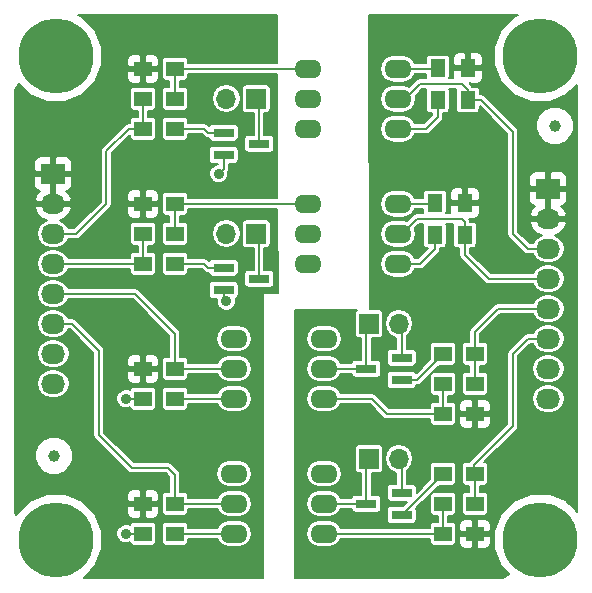
<source format=gbr>
G04 #@! TF.FileFunction,Copper,L1,Top,Signal*
%FSLAX46Y46*%
G04 Gerber Fmt 4.6, Leading zero omitted, Abs format (unit mm)*
G04 Created by KiCad (PCBNEW 4.0.5) date 07/08/17 16:03:55*
%MOMM*%
%LPD*%
G01*
G04 APERTURE LIST*
%ADD10C,0.150000*%
%ADD11C,1.000000*%
%ADD12R,1.500000X1.300000*%
%ADD13R,1.300000X1.500000*%
%ADD14O,2.300000X1.600000*%
%ADD15R,1.800860X0.800100*%
%ADD16R,2.032000X1.727200*%
%ADD17O,2.032000X1.727200*%
%ADD18C,6.350000*%
%ADD19R,1.700000X1.700000*%
%ADD20O,1.700000X1.700000*%
%ADD21C,0.889000*%
%ADD22C,0.203200*%
%ADD23C,0.635000*%
G04 APERTURE END LIST*
D10*
D11*
X46228000Y-9906000D03*
X3810000Y-37846000D03*
D12*
X11350000Y-5080000D03*
X14050000Y-5080000D03*
D13*
X38862000Y-7700000D03*
X38862000Y-5000000D03*
D12*
X11350000Y-16510000D03*
X14050000Y-16510000D03*
D13*
X38608000Y-19130000D03*
X38608000Y-16430000D03*
D12*
X39450000Y-34290000D03*
X36750000Y-34290000D03*
X14050000Y-30480000D03*
X11350000Y-30480000D03*
X39450000Y-44450000D03*
X36750000Y-44450000D03*
X14050000Y-41910000D03*
X11350000Y-41910000D03*
D14*
X25340000Y-5090000D03*
X25340000Y-7630000D03*
X25340000Y-10170000D03*
X32960000Y-10170000D03*
X32960000Y-7630000D03*
X32960000Y-5090000D03*
X25340000Y-16520000D03*
X25340000Y-19060000D03*
X25340000Y-21600000D03*
X32960000Y-21600000D03*
X32960000Y-19060000D03*
X32960000Y-16520000D03*
X26670000Y-33020000D03*
X26670000Y-30480000D03*
X26670000Y-27940000D03*
X19050000Y-27940000D03*
X19050000Y-30480000D03*
X19050000Y-33020000D03*
X26670000Y-44450000D03*
X26670000Y-41910000D03*
X26670000Y-39370000D03*
X19050000Y-39370000D03*
X19050000Y-41910000D03*
X19050000Y-44450000D03*
D15*
X18183860Y-10480000D03*
X18183860Y-12380000D03*
X21186140Y-11430000D03*
X18183860Y-21910000D03*
X18183860Y-23810000D03*
X21186140Y-22860000D03*
X33251140Y-31430000D03*
X33251140Y-29530000D03*
X30248860Y-30480000D03*
X33251140Y-42860000D03*
X33251140Y-40960000D03*
X30248860Y-41910000D03*
D16*
X3750000Y-13980000D03*
D17*
X3750000Y-16520000D03*
X3750000Y-19060000D03*
X3750000Y-21600000D03*
X3750000Y-24140000D03*
X3750000Y-26680000D03*
X3750000Y-29220000D03*
X3750000Y-31760000D03*
D16*
X45660000Y-15250000D03*
D17*
X45660000Y-17790000D03*
X45660000Y-20330000D03*
X45660000Y-22870000D03*
X45660000Y-25410000D03*
X45660000Y-27950000D03*
X45660000Y-30490000D03*
X45660000Y-33030000D03*
D18*
X4000000Y-4000000D03*
X45000000Y-4000000D03*
X4000000Y-45000000D03*
X45000000Y-45000000D03*
D13*
X36322000Y-5000000D03*
X36322000Y-7700000D03*
X36068000Y-16430000D03*
X36068000Y-19130000D03*
D12*
X14050000Y-33020000D03*
X11350000Y-33020000D03*
X14050000Y-44450000D03*
X11350000Y-44450000D03*
X11350000Y-10160000D03*
X14050000Y-10160000D03*
X11350000Y-21590000D03*
X14050000Y-21590000D03*
X39450000Y-29210000D03*
X36750000Y-29210000D03*
X39450000Y-39370000D03*
X36750000Y-39370000D03*
D19*
X20955000Y-7620000D03*
D20*
X18415000Y-7620000D03*
D19*
X20955000Y-19050000D03*
D20*
X18415000Y-19050000D03*
D19*
X30480000Y-26670000D03*
D20*
X33020000Y-26670000D03*
D19*
X30480000Y-38100000D03*
D20*
X33020000Y-38100000D03*
D12*
X11350000Y-7620000D03*
X14050000Y-7620000D03*
X11350000Y-19050000D03*
X14050000Y-19050000D03*
X39450000Y-31750000D03*
X36750000Y-31750000D03*
X39450000Y-41910000D03*
X36750000Y-41910000D03*
D21*
X17780000Y-13970000D03*
X18415000Y-24765000D03*
X9906000Y-33020000D03*
X9906000Y-44450000D03*
D22*
X3750000Y-19060000D02*
X4308000Y-19060000D01*
X5705000Y-19060000D02*
X8255000Y-16510000D01*
X8255000Y-16510000D02*
X8255000Y-12065000D01*
X8255000Y-12065000D02*
X10160000Y-10160000D01*
X10160000Y-10160000D02*
X11350000Y-10160000D01*
X3750000Y-19060000D02*
X5705000Y-19060000D01*
X11350000Y-7620000D02*
X11350000Y-10160000D01*
X39136000Y-7710000D02*
X38862000Y-7700000D01*
X38782000Y-7620000D02*
X38862000Y-7700000D01*
X39958000Y-7700000D02*
X42672000Y-10414000D01*
X42672000Y-10414000D02*
X42672000Y-19050000D01*
X42672000Y-19050000D02*
X43952000Y-20330000D01*
X43952000Y-20330000D02*
X45660000Y-20330000D01*
X38862000Y-7700000D02*
X39958000Y-7700000D01*
X38862000Y-6858000D02*
X38862000Y-7700000D01*
X38354000Y-6350000D02*
X38862000Y-6858000D01*
X34798000Y-6350000D02*
X38354000Y-6350000D01*
X33518000Y-7630000D02*
X34798000Y-6350000D01*
X32960000Y-7630000D02*
X33518000Y-7630000D01*
X18183860Y-13566140D02*
X17780000Y-13970000D01*
X18183860Y-12380000D02*
X18183860Y-13566140D01*
X18183860Y-24533860D02*
X18415000Y-24765000D01*
X18183860Y-23810000D02*
X18183860Y-24533860D01*
X11350000Y-33020000D02*
X9906000Y-33020000D01*
X11350000Y-44450000D02*
X9906000Y-44450000D01*
X3760000Y-21590000D02*
X3750000Y-21600000D01*
X11350000Y-21590000D02*
X3760000Y-21590000D01*
X11350000Y-19050000D02*
X11350000Y-21590000D01*
X41392000Y-25410000D02*
X39450000Y-27352000D01*
X39450000Y-27352000D02*
X39450000Y-29210000D01*
X45660000Y-25410000D02*
X41392000Y-25410000D01*
X39450000Y-29210000D02*
X39450000Y-31750000D01*
X43932000Y-27950000D02*
X45660000Y-27950000D01*
X42672000Y-29210000D02*
X43932000Y-27950000D01*
X42672000Y-35306000D02*
X42672000Y-29210000D01*
X39370000Y-38608000D02*
X42672000Y-35306000D01*
X39370000Y-39290000D02*
X39370000Y-38608000D01*
X39450000Y-39370000D02*
X39370000Y-39290000D01*
X39450000Y-41910000D02*
X39450000Y-39370000D01*
X38528000Y-19050000D02*
X38608000Y-19130000D01*
X40650000Y-22870000D02*
X38608000Y-20828000D01*
X38608000Y-20828000D02*
X38608000Y-19130000D01*
X45660000Y-22870000D02*
X40650000Y-22870000D01*
X38608000Y-18034000D02*
X38608000Y-19130000D01*
X38354000Y-17780000D02*
X38608000Y-18034000D01*
X34544000Y-17780000D02*
X38354000Y-17780000D01*
X33264000Y-19060000D02*
X34544000Y-17780000D01*
X32960000Y-19060000D02*
X33264000Y-19060000D01*
X10678000Y-24140000D02*
X14050000Y-27512000D01*
X14050000Y-27512000D02*
X14050000Y-30480000D01*
X3750000Y-24140000D02*
X10678000Y-24140000D01*
X19050000Y-30480000D02*
X14050000Y-30480000D01*
X19050000Y-41910000D02*
X14050000Y-41910000D01*
X5344000Y-26680000D02*
X7620000Y-28956000D01*
X7620000Y-28956000D02*
X7620000Y-36068000D01*
X7620000Y-36068000D02*
X10414000Y-38862000D01*
X10414000Y-38862000D02*
X13462000Y-38862000D01*
X13462000Y-38862000D02*
X14050000Y-39450000D01*
X14050000Y-39450000D02*
X14050000Y-41910000D01*
X3750000Y-26680000D02*
X5344000Y-26680000D01*
X16830000Y-10480000D02*
X16510000Y-10160000D01*
X16510000Y-10160000D02*
X14050000Y-10160000D01*
X18183860Y-10480000D02*
X16830000Y-10480000D01*
X16830000Y-21910000D02*
X16510000Y-21590000D01*
X16510000Y-21590000D02*
X14050000Y-21590000D01*
X18183860Y-21910000D02*
X16830000Y-21910000D01*
X34530000Y-31430000D02*
X36750000Y-29210000D01*
X33251140Y-31430000D02*
X34530000Y-31430000D01*
X33260000Y-42860000D02*
X36750000Y-39370000D01*
X33251140Y-42860000D02*
X33260000Y-42860000D01*
X36232000Y-5090000D02*
X36322000Y-5000000D01*
X32960000Y-5090000D02*
X36232000Y-5090000D01*
X35978000Y-16520000D02*
X36068000Y-16430000D01*
X32960000Y-16520000D02*
X35978000Y-16520000D01*
X19050000Y-33020000D02*
X14050000Y-33020000D01*
X19050000Y-44450000D02*
X14050000Y-44450000D01*
X26670000Y-44450000D02*
X36750000Y-44450000D01*
X36750000Y-44450000D02*
X36750000Y-41910000D01*
X20840860Y-7630000D02*
X20828000Y-7642860D01*
D23*
X25327140Y-7642860D02*
X25340000Y-7630000D01*
D22*
X21186140Y-7851140D02*
X20955000Y-7620000D01*
X21186140Y-11430000D02*
X21186140Y-7851140D01*
X25327140Y-19072860D02*
X25340000Y-19060000D01*
D23*
X25327140Y-19072860D02*
X25340000Y-19060000D01*
D22*
X21186140Y-19281140D02*
X20955000Y-19050000D01*
X21186140Y-22860000D02*
X21186140Y-19281140D01*
X20965000Y-19060000D02*
X20955000Y-19050000D01*
X26670000Y-30480000D02*
X30248860Y-30480000D01*
X30248860Y-26901140D02*
X30480000Y-26670000D01*
X30248860Y-30480000D02*
X30248860Y-26901140D01*
X30248860Y-38331140D02*
X30480000Y-38100000D01*
X30248860Y-41910000D02*
X30248860Y-38331140D01*
X26670000Y-41910000D02*
X30248860Y-41910000D01*
D23*
X25156000Y-4906000D02*
X25340000Y-5090000D01*
D22*
X25250000Y-5000000D02*
X25340000Y-5090000D01*
X14050000Y-7620000D02*
X14050000Y-5080000D01*
X25330000Y-5080000D02*
X25340000Y-5090000D01*
X14050000Y-5080000D02*
X25330000Y-5080000D01*
X25156000Y-16336000D02*
X25340000Y-16520000D01*
X14060000Y-16520000D02*
X14050000Y-16510000D01*
X25340000Y-16520000D02*
X14060000Y-16520000D01*
X14050000Y-16510000D02*
X14050000Y-19050000D01*
X32004000Y-34290000D02*
X30734000Y-33020000D01*
X30734000Y-33020000D02*
X26670000Y-33020000D01*
X36750000Y-34290000D02*
X32004000Y-34290000D01*
X36750000Y-34290000D02*
X36750000Y-31750000D01*
X35998000Y-19060000D02*
X36068000Y-19130000D01*
X36252000Y-7630000D02*
X36322000Y-7700000D01*
X35296000Y-10170000D02*
X36322000Y-9144000D01*
X36322000Y-9144000D02*
X36322000Y-7700000D01*
X32960000Y-10170000D02*
X35296000Y-10170000D01*
X34788000Y-21600000D02*
X36068000Y-20320000D01*
X36068000Y-20320000D02*
X36068000Y-19130000D01*
X32960000Y-21600000D02*
X34788000Y-21600000D01*
X33251140Y-26901140D02*
X33020000Y-26670000D01*
X33251140Y-29530000D02*
X33251140Y-26901140D01*
X33251140Y-38331140D02*
X33020000Y-38100000D01*
X33251140Y-40960000D02*
X33251140Y-38331140D01*
G36*
X22758147Y-24028400D02*
X22449137Y-24028400D01*
X22449137Y-23260050D01*
X22449137Y-22459950D01*
X22422829Y-22324361D01*
X22344547Y-22205191D01*
X22226369Y-22125419D01*
X22086570Y-22097383D01*
X21643340Y-22097383D01*
X21643340Y-20262567D01*
X21805000Y-20262567D01*
X21940589Y-20236259D01*
X22059759Y-20157977D01*
X22139531Y-20039799D01*
X22167567Y-19900000D01*
X22167567Y-18200000D01*
X22141259Y-18064411D01*
X22062977Y-17945241D01*
X21944799Y-17865469D01*
X21805000Y-17837433D01*
X20105000Y-17837433D01*
X19969411Y-17863741D01*
X19850241Y-17942023D01*
X19770469Y-18060201D01*
X19742433Y-18200000D01*
X19742433Y-19900000D01*
X19768741Y-20035589D01*
X19847023Y-20154759D01*
X19965201Y-20234531D01*
X20105000Y-20262567D01*
X20728940Y-20262567D01*
X20728940Y-22097383D01*
X20285710Y-22097383D01*
X20150121Y-22123691D01*
X20030951Y-22201973D01*
X19951179Y-22320151D01*
X19923143Y-22459950D01*
X19923143Y-23260050D01*
X19949451Y-23395639D01*
X20027733Y-23514809D01*
X20145911Y-23594581D01*
X20285710Y-23622617D01*
X22086570Y-23622617D01*
X22222159Y-23596309D01*
X22341329Y-23518027D01*
X22421101Y-23399849D01*
X22449137Y-23260050D01*
X22449137Y-24028400D01*
X21488400Y-24028400D01*
X21488400Y-48158457D01*
X20585096Y-48158963D01*
X20585096Y-44450000D01*
X20585096Y-41910000D01*
X20585096Y-39370000D01*
X20585096Y-33020000D01*
X20585096Y-30480000D01*
X20585096Y-27940000D01*
X20497131Y-27497771D01*
X20246629Y-27122867D01*
X19871725Y-26872365D01*
X19620600Y-26822413D01*
X19620600Y-19073619D01*
X19620600Y-19026381D01*
X19528829Y-18565018D01*
X19267488Y-18173893D01*
X18876363Y-17912552D01*
X18415000Y-17820781D01*
X17953637Y-17912552D01*
X17562512Y-18173893D01*
X17301171Y-18565018D01*
X17209400Y-19026381D01*
X17209400Y-19073619D01*
X17301171Y-19534982D01*
X17562512Y-19926107D01*
X17953637Y-20187448D01*
X18415000Y-20279219D01*
X18876363Y-20187448D01*
X19267488Y-19926107D01*
X19528829Y-19534982D01*
X19620600Y-19073619D01*
X19620600Y-26822413D01*
X19446857Y-26787853D01*
X19446857Y-24210050D01*
X19446857Y-23409950D01*
X19446857Y-22310050D01*
X19446857Y-21509950D01*
X19420549Y-21374361D01*
X19342267Y-21255191D01*
X19224089Y-21175419D01*
X19084290Y-21147383D01*
X17283430Y-21147383D01*
X17147841Y-21173691D01*
X17028671Y-21251973D01*
X16948899Y-21370151D01*
X16946866Y-21380288D01*
X16833289Y-21266711D01*
X16684963Y-21167602D01*
X16510000Y-21132800D01*
X15162567Y-21132800D01*
X15162567Y-20940000D01*
X15136259Y-20804411D01*
X15057977Y-20685241D01*
X14939799Y-20605469D01*
X14800000Y-20577433D01*
X13300000Y-20577433D01*
X13164411Y-20603741D01*
X13045241Y-20682023D01*
X12965469Y-20800201D01*
X12937433Y-20940000D01*
X12937433Y-22240000D01*
X12963741Y-22375589D01*
X13042023Y-22494759D01*
X13160201Y-22574531D01*
X13300000Y-22602567D01*
X14800000Y-22602567D01*
X14935589Y-22576259D01*
X15054759Y-22497977D01*
X15134531Y-22379799D01*
X15162567Y-22240000D01*
X15162567Y-22047200D01*
X16320622Y-22047200D01*
X16506711Y-22233289D01*
X16655037Y-22332398D01*
X16830000Y-22367200D01*
X16931951Y-22367200D01*
X16947171Y-22445639D01*
X17025453Y-22564809D01*
X17143631Y-22644581D01*
X17283430Y-22672617D01*
X19084290Y-22672617D01*
X19219879Y-22646309D01*
X19339049Y-22568027D01*
X19418821Y-22449849D01*
X19446857Y-22310050D01*
X19446857Y-23409950D01*
X19420549Y-23274361D01*
X19342267Y-23155191D01*
X19224089Y-23075419D01*
X19084290Y-23047383D01*
X17283430Y-23047383D01*
X17147841Y-23073691D01*
X17028671Y-23151973D01*
X16948899Y-23270151D01*
X16920863Y-23409950D01*
X16920863Y-24210050D01*
X16947171Y-24345639D01*
X17025453Y-24464809D01*
X17143631Y-24544581D01*
X17283430Y-24572617D01*
X17628548Y-24572617D01*
X17615039Y-24605152D01*
X17614761Y-24923452D01*
X17736313Y-25217628D01*
X17961188Y-25442896D01*
X18255152Y-25564961D01*
X18573452Y-25565239D01*
X18867628Y-25443687D01*
X19092896Y-25218812D01*
X19214961Y-24924848D01*
X19215239Y-24606548D01*
X19192540Y-24551613D01*
X19219879Y-24546309D01*
X19339049Y-24468027D01*
X19418821Y-24349849D01*
X19446857Y-24210050D01*
X19446857Y-26787853D01*
X19429496Y-26784400D01*
X18670504Y-26784400D01*
X18228275Y-26872365D01*
X17853371Y-27122867D01*
X17602869Y-27497771D01*
X17514904Y-27940000D01*
X17602869Y-28382229D01*
X17853371Y-28757133D01*
X18228275Y-29007635D01*
X18670504Y-29095600D01*
X19429496Y-29095600D01*
X19871725Y-29007635D01*
X20246629Y-28757133D01*
X20497131Y-28382229D01*
X20585096Y-27940000D01*
X20585096Y-30480000D01*
X20497131Y-30037771D01*
X20246629Y-29662867D01*
X19871725Y-29412365D01*
X19429496Y-29324400D01*
X18670504Y-29324400D01*
X18228275Y-29412365D01*
X17853371Y-29662867D01*
X17612872Y-30022800D01*
X15162567Y-30022800D01*
X15162567Y-29830000D01*
X15136259Y-29694411D01*
X15057977Y-29575241D01*
X14939799Y-29495469D01*
X14800000Y-29467433D01*
X14507200Y-29467433D01*
X14507200Y-27512000D01*
X14472398Y-27337037D01*
X14373289Y-27188711D01*
X12709600Y-25525022D01*
X12709600Y-17281257D01*
X12709600Y-17038743D01*
X12709600Y-16814800D01*
X12709600Y-16205200D01*
X12709600Y-15981257D01*
X12709600Y-15738743D01*
X12709600Y-5851257D01*
X12709600Y-5608743D01*
X12709600Y-5384800D01*
X12709600Y-4775200D01*
X12709600Y-4551257D01*
X12709600Y-4308743D01*
X12616794Y-4084689D01*
X12445311Y-3913206D01*
X12221257Y-3820400D01*
X11654800Y-3820400D01*
X11502400Y-3972800D01*
X11502400Y-4927600D01*
X12557200Y-4927600D01*
X12709600Y-4775200D01*
X12709600Y-5384800D01*
X12557200Y-5232400D01*
X11502400Y-5232400D01*
X11502400Y-6187200D01*
X11654800Y-6339600D01*
X12221257Y-6339600D01*
X12445311Y-6246794D01*
X12616794Y-6075311D01*
X12709600Y-5851257D01*
X12709600Y-15738743D01*
X12616794Y-15514689D01*
X12462567Y-15360462D01*
X12462567Y-10810000D01*
X12462567Y-9510000D01*
X12436259Y-9374411D01*
X12357977Y-9255241D01*
X12239799Y-9175469D01*
X12100000Y-9147433D01*
X11807200Y-9147433D01*
X11807200Y-8632567D01*
X12100000Y-8632567D01*
X12235589Y-8606259D01*
X12354759Y-8527977D01*
X12434531Y-8409799D01*
X12462567Y-8270000D01*
X12462567Y-6970000D01*
X12436259Y-6834411D01*
X12357977Y-6715241D01*
X12239799Y-6635469D01*
X12100000Y-6607433D01*
X11197600Y-6607433D01*
X11197600Y-6187200D01*
X11197600Y-5232400D01*
X11197600Y-4927600D01*
X11197600Y-3972800D01*
X11045200Y-3820400D01*
X10478743Y-3820400D01*
X10254689Y-3913206D01*
X10083206Y-4084689D01*
X9990400Y-4308743D01*
X9990400Y-4551257D01*
X9990400Y-4775200D01*
X10142800Y-4927600D01*
X11197600Y-4927600D01*
X11197600Y-5232400D01*
X10142800Y-5232400D01*
X9990400Y-5384800D01*
X9990400Y-5608743D01*
X9990400Y-5851257D01*
X10083206Y-6075311D01*
X10254689Y-6246794D01*
X10478743Y-6339600D01*
X11045200Y-6339600D01*
X11197600Y-6187200D01*
X11197600Y-6607433D01*
X10600000Y-6607433D01*
X10464411Y-6633741D01*
X10345241Y-6712023D01*
X10265469Y-6830201D01*
X10237433Y-6970000D01*
X10237433Y-8270000D01*
X10263741Y-8405589D01*
X10342023Y-8524759D01*
X10460201Y-8604531D01*
X10600000Y-8632567D01*
X10892800Y-8632567D01*
X10892800Y-9147433D01*
X10600000Y-9147433D01*
X10464411Y-9173741D01*
X10345241Y-9252023D01*
X10265469Y-9370201D01*
X10237433Y-9510000D01*
X10237433Y-9702800D01*
X10160000Y-9702800D01*
X9985037Y-9737602D01*
X9836711Y-9836711D01*
X7931711Y-11741711D01*
X7832602Y-11890037D01*
X7797800Y-12065000D01*
X7797800Y-16320621D01*
X5515621Y-18602800D01*
X5375600Y-18602800D01*
X5375600Y-14964857D01*
X5375600Y-14722343D01*
X5375600Y-14284800D01*
X5375600Y-13675200D01*
X5375600Y-13237657D01*
X5375600Y-12995143D01*
X5282794Y-12771089D01*
X5111311Y-12599606D01*
X4887257Y-12506800D01*
X4054800Y-12506800D01*
X3902400Y-12659200D01*
X3902400Y-13827600D01*
X5223200Y-13827600D01*
X5375600Y-13675200D01*
X5375600Y-14284800D01*
X5223200Y-14132400D01*
X3902400Y-14132400D01*
X3902400Y-15199200D01*
X3902400Y-15300800D01*
X3902400Y-16367600D01*
X5214378Y-16367600D01*
X5325815Y-16140254D01*
X5094243Y-15654075D01*
X4876937Y-15453200D01*
X4887257Y-15453200D01*
X5111311Y-15360394D01*
X5282794Y-15188911D01*
X5375600Y-14964857D01*
X5375600Y-18602800D01*
X5057528Y-18602800D01*
X5055665Y-18593432D01*
X4791376Y-18197895D01*
X4395839Y-17933606D01*
X4297988Y-17914142D01*
X4672144Y-17776109D01*
X5094243Y-17385925D01*
X5325815Y-16899746D01*
X5214378Y-16672400D01*
X3902400Y-16672400D01*
X3902400Y-16692400D01*
X3597600Y-16692400D01*
X3597600Y-16672400D01*
X3597600Y-16367600D01*
X3597600Y-15300800D01*
X3597600Y-15199200D01*
X3597600Y-14132400D01*
X3597600Y-13827600D01*
X3597600Y-12659200D01*
X3445200Y-12506800D01*
X2612743Y-12506800D01*
X2388689Y-12599606D01*
X2217206Y-12771089D01*
X2124400Y-12995143D01*
X2124400Y-13237657D01*
X2124400Y-13675200D01*
X2276800Y-13827600D01*
X3597600Y-13827600D01*
X3597600Y-14132400D01*
X2276800Y-14132400D01*
X2124400Y-14284800D01*
X2124400Y-14722343D01*
X2124400Y-14964857D01*
X2217206Y-15188911D01*
X2388689Y-15360394D01*
X2612743Y-15453200D01*
X2623062Y-15453200D01*
X2405757Y-15654075D01*
X2174185Y-16140254D01*
X2285622Y-16367600D01*
X3597600Y-16367600D01*
X3597600Y-16672400D01*
X2285622Y-16672400D01*
X2174185Y-16899746D01*
X2405757Y-17385925D01*
X2827856Y-17776109D01*
X3202011Y-17914142D01*
X3104161Y-17933606D01*
X2708624Y-18197895D01*
X2444335Y-18593432D01*
X2351529Y-19060000D01*
X2444335Y-19526568D01*
X2708624Y-19922105D01*
X3104161Y-20186394D01*
X3570729Y-20279200D01*
X3929271Y-20279200D01*
X4395839Y-20186394D01*
X4791376Y-19922105D01*
X5055665Y-19526568D01*
X5057528Y-19517200D01*
X5705000Y-19517200D01*
X5879963Y-19482398D01*
X6028289Y-19383289D01*
X8578289Y-16833289D01*
X8578290Y-16833289D01*
X8677398Y-16684963D01*
X8712200Y-16510000D01*
X8712200Y-12254378D01*
X10237433Y-10729145D01*
X10237433Y-10810000D01*
X10263741Y-10945589D01*
X10342023Y-11064759D01*
X10460201Y-11144531D01*
X10600000Y-11172567D01*
X12100000Y-11172567D01*
X12235589Y-11146259D01*
X12354759Y-11067977D01*
X12434531Y-10949799D01*
X12462567Y-10810000D01*
X12462567Y-15360462D01*
X12445311Y-15343206D01*
X12221257Y-15250400D01*
X11654800Y-15250400D01*
X11502400Y-15402800D01*
X11502400Y-16357600D01*
X12557200Y-16357600D01*
X12709600Y-16205200D01*
X12709600Y-16814800D01*
X12557200Y-16662400D01*
X11502400Y-16662400D01*
X11502400Y-17617200D01*
X11654800Y-17769600D01*
X12221257Y-17769600D01*
X12445311Y-17676794D01*
X12616794Y-17505311D01*
X12709600Y-17281257D01*
X12709600Y-25525022D01*
X12462567Y-25277989D01*
X12462567Y-22240000D01*
X12462567Y-20940000D01*
X12436259Y-20804411D01*
X12357977Y-20685241D01*
X12239799Y-20605469D01*
X12100000Y-20577433D01*
X11807200Y-20577433D01*
X11807200Y-20062567D01*
X12100000Y-20062567D01*
X12235589Y-20036259D01*
X12354759Y-19957977D01*
X12434531Y-19839799D01*
X12462567Y-19700000D01*
X12462567Y-18400000D01*
X12436259Y-18264411D01*
X12357977Y-18145241D01*
X12239799Y-18065469D01*
X12100000Y-18037433D01*
X11197600Y-18037433D01*
X11197600Y-17617200D01*
X11197600Y-16662400D01*
X11197600Y-16357600D01*
X11197600Y-15402800D01*
X11045200Y-15250400D01*
X10478743Y-15250400D01*
X10254689Y-15343206D01*
X10083206Y-15514689D01*
X9990400Y-15738743D01*
X9990400Y-15981257D01*
X9990400Y-16205200D01*
X10142800Y-16357600D01*
X11197600Y-16357600D01*
X11197600Y-16662400D01*
X10142800Y-16662400D01*
X9990400Y-16814800D01*
X9990400Y-17038743D01*
X9990400Y-17281257D01*
X10083206Y-17505311D01*
X10254689Y-17676794D01*
X10478743Y-17769600D01*
X11045200Y-17769600D01*
X11197600Y-17617200D01*
X11197600Y-18037433D01*
X10600000Y-18037433D01*
X10464411Y-18063741D01*
X10345241Y-18142023D01*
X10265469Y-18260201D01*
X10237433Y-18400000D01*
X10237433Y-19700000D01*
X10263741Y-19835589D01*
X10342023Y-19954759D01*
X10460201Y-20034531D01*
X10600000Y-20062567D01*
X10892800Y-20062567D01*
X10892800Y-20577433D01*
X10600000Y-20577433D01*
X10464411Y-20603741D01*
X10345241Y-20682023D01*
X10265469Y-20800201D01*
X10237433Y-20940000D01*
X10237433Y-21132800D01*
X5055242Y-21132800D01*
X4791376Y-20737895D01*
X4395839Y-20473606D01*
X3929271Y-20380800D01*
X3570729Y-20380800D01*
X3104161Y-20473606D01*
X2708624Y-20737895D01*
X2444335Y-21133432D01*
X2351529Y-21600000D01*
X2444335Y-22066568D01*
X2708624Y-22462105D01*
X3104161Y-22726394D01*
X3570729Y-22819200D01*
X3929271Y-22819200D01*
X4395839Y-22726394D01*
X4791376Y-22462105D01*
X5055665Y-22066568D01*
X5059517Y-22047200D01*
X10237433Y-22047200D01*
X10237433Y-22240000D01*
X10263741Y-22375589D01*
X10342023Y-22494759D01*
X10460201Y-22574531D01*
X10600000Y-22602567D01*
X12100000Y-22602567D01*
X12235589Y-22576259D01*
X12354759Y-22497977D01*
X12434531Y-22379799D01*
X12462567Y-22240000D01*
X12462567Y-25277989D01*
X11001289Y-23816711D01*
X10852963Y-23717602D01*
X10678000Y-23682800D01*
X5057528Y-23682800D01*
X5055665Y-23673432D01*
X4791376Y-23277895D01*
X4395839Y-23013606D01*
X3929271Y-22920800D01*
X3570729Y-22920800D01*
X3104161Y-23013606D01*
X2708624Y-23277895D01*
X2444335Y-23673432D01*
X2351529Y-24140000D01*
X2444335Y-24606568D01*
X2708624Y-25002105D01*
X3104161Y-25266394D01*
X3570729Y-25359200D01*
X3929271Y-25359200D01*
X4395839Y-25266394D01*
X4791376Y-25002105D01*
X5055665Y-24606568D01*
X5057528Y-24597200D01*
X10488622Y-24597200D01*
X13592800Y-27701378D01*
X13592800Y-29467433D01*
X13300000Y-29467433D01*
X13164411Y-29493741D01*
X13045241Y-29572023D01*
X12965469Y-29690201D01*
X12937433Y-29830000D01*
X12937433Y-31130000D01*
X12963741Y-31265589D01*
X13042023Y-31384759D01*
X13160201Y-31464531D01*
X13300000Y-31492567D01*
X14800000Y-31492567D01*
X14935589Y-31466259D01*
X15054759Y-31387977D01*
X15134531Y-31269799D01*
X15162567Y-31130000D01*
X15162567Y-30937200D01*
X17612872Y-30937200D01*
X17853371Y-31297133D01*
X18228275Y-31547635D01*
X18670504Y-31635600D01*
X19429496Y-31635600D01*
X19871725Y-31547635D01*
X20246629Y-31297133D01*
X20497131Y-30922229D01*
X20585096Y-30480000D01*
X20585096Y-33020000D01*
X20497131Y-32577771D01*
X20246629Y-32202867D01*
X19871725Y-31952365D01*
X19429496Y-31864400D01*
X18670504Y-31864400D01*
X18228275Y-31952365D01*
X17853371Y-32202867D01*
X17612872Y-32562800D01*
X15162567Y-32562800D01*
X15162567Y-32370000D01*
X15136259Y-32234411D01*
X15057977Y-32115241D01*
X14939799Y-32035469D01*
X14800000Y-32007433D01*
X13300000Y-32007433D01*
X13164411Y-32033741D01*
X13045241Y-32112023D01*
X12965469Y-32230201D01*
X12937433Y-32370000D01*
X12937433Y-33670000D01*
X12963741Y-33805589D01*
X13042023Y-33924759D01*
X13160201Y-34004531D01*
X13300000Y-34032567D01*
X14800000Y-34032567D01*
X14935589Y-34006259D01*
X15054759Y-33927977D01*
X15134531Y-33809799D01*
X15162567Y-33670000D01*
X15162567Y-33477200D01*
X17612872Y-33477200D01*
X17853371Y-33837133D01*
X18228275Y-34087635D01*
X18670504Y-34175600D01*
X19429496Y-34175600D01*
X19871725Y-34087635D01*
X20246629Y-33837133D01*
X20497131Y-33462229D01*
X20585096Y-33020000D01*
X20585096Y-39370000D01*
X20497131Y-38927771D01*
X20246629Y-38552867D01*
X19871725Y-38302365D01*
X19429496Y-38214400D01*
X18670504Y-38214400D01*
X18228275Y-38302365D01*
X17853371Y-38552867D01*
X17602869Y-38927771D01*
X17514904Y-39370000D01*
X17602869Y-39812229D01*
X17853371Y-40187133D01*
X18228275Y-40437635D01*
X18670504Y-40525600D01*
X19429496Y-40525600D01*
X19871725Y-40437635D01*
X20246629Y-40187133D01*
X20497131Y-39812229D01*
X20585096Y-39370000D01*
X20585096Y-41910000D01*
X20497131Y-41467771D01*
X20246629Y-41092867D01*
X19871725Y-40842365D01*
X19429496Y-40754400D01*
X18670504Y-40754400D01*
X18228275Y-40842365D01*
X17853371Y-41092867D01*
X17612872Y-41452800D01*
X15162567Y-41452800D01*
X15162567Y-41260000D01*
X15136259Y-41124411D01*
X15057977Y-41005241D01*
X14939799Y-40925469D01*
X14800000Y-40897433D01*
X14507200Y-40897433D01*
X14507200Y-39450000D01*
X14472398Y-39275037D01*
X14373290Y-39126711D01*
X13785289Y-38538711D01*
X13636963Y-38439602D01*
X13462000Y-38404800D01*
X12709600Y-38404800D01*
X12709600Y-31251257D01*
X12709600Y-31008743D01*
X12709600Y-30784800D01*
X12709600Y-30175200D01*
X12709600Y-29951257D01*
X12709600Y-29708743D01*
X12616794Y-29484689D01*
X12445311Y-29313206D01*
X12221257Y-29220400D01*
X11654800Y-29220400D01*
X11502400Y-29372800D01*
X11502400Y-30327600D01*
X12557200Y-30327600D01*
X12709600Y-30175200D01*
X12709600Y-30784800D01*
X12557200Y-30632400D01*
X11502400Y-30632400D01*
X11502400Y-31587200D01*
X11654800Y-31739600D01*
X12221257Y-31739600D01*
X12445311Y-31646794D01*
X12616794Y-31475311D01*
X12709600Y-31251257D01*
X12709600Y-38404800D01*
X12462567Y-38404800D01*
X12462567Y-33670000D01*
X12462567Y-32370000D01*
X12436259Y-32234411D01*
X12357977Y-32115241D01*
X12239799Y-32035469D01*
X12100000Y-32007433D01*
X11197600Y-32007433D01*
X11197600Y-31587200D01*
X11197600Y-30632400D01*
X11197600Y-30327600D01*
X11197600Y-29372800D01*
X11045200Y-29220400D01*
X10478743Y-29220400D01*
X10254689Y-29313206D01*
X10083206Y-29484689D01*
X9990400Y-29708743D01*
X9990400Y-29951257D01*
X9990400Y-30175200D01*
X10142800Y-30327600D01*
X11197600Y-30327600D01*
X11197600Y-30632400D01*
X10142800Y-30632400D01*
X9990400Y-30784800D01*
X9990400Y-31008743D01*
X9990400Y-31251257D01*
X10083206Y-31475311D01*
X10254689Y-31646794D01*
X10478743Y-31739600D01*
X11045200Y-31739600D01*
X11197600Y-31587200D01*
X11197600Y-32007433D01*
X10600000Y-32007433D01*
X10464411Y-32033741D01*
X10345241Y-32112023D01*
X10265469Y-32230201D01*
X10252004Y-32297338D01*
X10065848Y-32220039D01*
X9747548Y-32219761D01*
X9453372Y-32341313D01*
X9228104Y-32566188D01*
X9106039Y-32860152D01*
X9105761Y-33178452D01*
X9227313Y-33472628D01*
X9452188Y-33697896D01*
X9746152Y-33819961D01*
X10064452Y-33820239D01*
X10251581Y-33742918D01*
X10263741Y-33805589D01*
X10342023Y-33924759D01*
X10460201Y-34004531D01*
X10600000Y-34032567D01*
X12100000Y-34032567D01*
X12235589Y-34006259D01*
X12354759Y-33927977D01*
X12434531Y-33809799D01*
X12462567Y-33670000D01*
X12462567Y-38404800D01*
X10603378Y-38404800D01*
X8077200Y-35878622D01*
X8077200Y-28956000D01*
X8042398Y-28781037D01*
X7943289Y-28632711D01*
X5667289Y-26356711D01*
X5518963Y-26257602D01*
X5344000Y-26222800D01*
X5057528Y-26222800D01*
X5055665Y-26213432D01*
X4791376Y-25817895D01*
X4395839Y-25553606D01*
X3929271Y-25460800D01*
X3570729Y-25460800D01*
X3104161Y-25553606D01*
X2708624Y-25817895D01*
X2444335Y-26213432D01*
X2351529Y-26680000D01*
X2444335Y-27146568D01*
X2708624Y-27542105D01*
X3104161Y-27806394D01*
X3570729Y-27899200D01*
X3929271Y-27899200D01*
X4395839Y-27806394D01*
X4791376Y-27542105D01*
X5055665Y-27146568D01*
X5057528Y-27137200D01*
X5154622Y-27137200D01*
X7162800Y-29145378D01*
X7162800Y-36068000D01*
X7197602Y-36242963D01*
X7296711Y-36391289D01*
X10090711Y-39185289D01*
X10239037Y-39284398D01*
X10414000Y-39319200D01*
X13272621Y-39319200D01*
X13592800Y-39639378D01*
X13592800Y-40897433D01*
X13300000Y-40897433D01*
X13164411Y-40923741D01*
X13045241Y-41002023D01*
X12965469Y-41120201D01*
X12937433Y-41260000D01*
X12937433Y-42560000D01*
X12963741Y-42695589D01*
X13042023Y-42814759D01*
X13160201Y-42894531D01*
X13300000Y-42922567D01*
X14800000Y-42922567D01*
X14935589Y-42896259D01*
X15054759Y-42817977D01*
X15134531Y-42699799D01*
X15162567Y-42560000D01*
X15162567Y-42367200D01*
X17612872Y-42367200D01*
X17853371Y-42727133D01*
X18228275Y-42977635D01*
X18670504Y-43065600D01*
X19429496Y-43065600D01*
X19871725Y-42977635D01*
X20246629Y-42727133D01*
X20497131Y-42352229D01*
X20585096Y-41910000D01*
X20585096Y-44450000D01*
X20497131Y-44007771D01*
X20246629Y-43632867D01*
X19871725Y-43382365D01*
X19429496Y-43294400D01*
X18670504Y-43294400D01*
X18228275Y-43382365D01*
X17853371Y-43632867D01*
X17612872Y-43992800D01*
X15162567Y-43992800D01*
X15162567Y-43800000D01*
X15136259Y-43664411D01*
X15057977Y-43545241D01*
X14939799Y-43465469D01*
X14800000Y-43437433D01*
X13300000Y-43437433D01*
X13164411Y-43463741D01*
X13045241Y-43542023D01*
X12965469Y-43660201D01*
X12937433Y-43800000D01*
X12937433Y-45100000D01*
X12963741Y-45235589D01*
X13042023Y-45354759D01*
X13160201Y-45434531D01*
X13300000Y-45462567D01*
X14800000Y-45462567D01*
X14935589Y-45436259D01*
X15054759Y-45357977D01*
X15134531Y-45239799D01*
X15162567Y-45100000D01*
X15162567Y-44907200D01*
X17612872Y-44907200D01*
X17853371Y-45267133D01*
X18228275Y-45517635D01*
X18670504Y-45605600D01*
X19429496Y-45605600D01*
X19871725Y-45517635D01*
X20246629Y-45267133D01*
X20497131Y-44892229D01*
X20585096Y-44450000D01*
X20585096Y-48158963D01*
X12709600Y-48163377D01*
X12709600Y-42681257D01*
X12709600Y-42438743D01*
X12709600Y-42214800D01*
X12709600Y-41605200D01*
X12709600Y-41381257D01*
X12709600Y-41138743D01*
X12616794Y-40914689D01*
X12445311Y-40743206D01*
X12221257Y-40650400D01*
X11654800Y-40650400D01*
X11502400Y-40802800D01*
X11502400Y-41757600D01*
X12557200Y-41757600D01*
X12709600Y-41605200D01*
X12709600Y-42214800D01*
X12557200Y-42062400D01*
X11502400Y-42062400D01*
X11502400Y-43017200D01*
X11654800Y-43169600D01*
X12221257Y-43169600D01*
X12445311Y-43076794D01*
X12616794Y-42905311D01*
X12709600Y-42681257D01*
X12709600Y-48163377D01*
X12462567Y-48163515D01*
X12462567Y-45100000D01*
X12462567Y-43800000D01*
X12436259Y-43664411D01*
X12357977Y-43545241D01*
X12239799Y-43465469D01*
X12100000Y-43437433D01*
X11197600Y-43437433D01*
X11197600Y-43017200D01*
X11197600Y-42062400D01*
X11197600Y-41757600D01*
X11197600Y-40802800D01*
X11045200Y-40650400D01*
X10478743Y-40650400D01*
X10254689Y-40743206D01*
X10083206Y-40914689D01*
X9990400Y-41138743D01*
X9990400Y-41381257D01*
X9990400Y-41605200D01*
X10142800Y-41757600D01*
X11197600Y-41757600D01*
X11197600Y-42062400D01*
X10142800Y-42062400D01*
X9990400Y-42214800D01*
X9990400Y-42438743D01*
X9990400Y-42681257D01*
X10083206Y-42905311D01*
X10254689Y-43076794D01*
X10478743Y-43169600D01*
X11045200Y-43169600D01*
X11197600Y-43017200D01*
X11197600Y-43437433D01*
X10600000Y-43437433D01*
X10464411Y-43463741D01*
X10345241Y-43542023D01*
X10265469Y-43660201D01*
X10252004Y-43727338D01*
X10065848Y-43650039D01*
X9747548Y-43649761D01*
X9453372Y-43771313D01*
X9228104Y-43996188D01*
X9106039Y-44290152D01*
X9105761Y-44608452D01*
X9227313Y-44902628D01*
X9452188Y-45127896D01*
X9746152Y-45249961D01*
X10064452Y-45250239D01*
X10251581Y-45172918D01*
X10263741Y-45235589D01*
X10342023Y-45354759D01*
X10460201Y-45434531D01*
X10600000Y-45462567D01*
X12100000Y-45462567D01*
X12235589Y-45436259D01*
X12354759Y-45357977D01*
X12434531Y-45239799D01*
X12462567Y-45100000D01*
X12462567Y-48163515D01*
X6364205Y-48166934D01*
X7314160Y-47218637D01*
X7910920Y-45781479D01*
X7912278Y-44225348D01*
X7318027Y-42787151D01*
X6218637Y-41685840D01*
X5411877Y-41350844D01*
X5411877Y-37528820D01*
X5168562Y-36939952D01*
X5148471Y-36919825D01*
X5148471Y-31760000D01*
X5148471Y-29220000D01*
X5055665Y-28753432D01*
X4791376Y-28357895D01*
X4395839Y-28093606D01*
X3929271Y-28000800D01*
X3570729Y-28000800D01*
X3104161Y-28093606D01*
X2708624Y-28357895D01*
X2444335Y-28753432D01*
X2351529Y-29220000D01*
X2444335Y-29686568D01*
X2708624Y-30082105D01*
X3104161Y-30346394D01*
X3570729Y-30439200D01*
X3929271Y-30439200D01*
X4395839Y-30346394D01*
X4791376Y-30082105D01*
X5055665Y-29686568D01*
X5148471Y-29220000D01*
X5148471Y-31760000D01*
X5055665Y-31293432D01*
X4791376Y-30897895D01*
X4395839Y-30633606D01*
X3929271Y-30540800D01*
X3570729Y-30540800D01*
X3104161Y-30633606D01*
X2708624Y-30897895D01*
X2444335Y-31293432D01*
X2351529Y-31760000D01*
X2444335Y-32226568D01*
X2708624Y-32622105D01*
X3104161Y-32886394D01*
X3570729Y-32979200D01*
X3929271Y-32979200D01*
X4395839Y-32886394D01*
X4791376Y-32622105D01*
X5055665Y-32226568D01*
X5148471Y-31760000D01*
X5148471Y-36919825D01*
X4718418Y-36489021D01*
X4129976Y-36244679D01*
X3492820Y-36244123D01*
X2903952Y-36487438D01*
X2453021Y-36937582D01*
X2208679Y-37526024D01*
X2208123Y-38163180D01*
X2451438Y-38752048D01*
X2901582Y-39202979D01*
X3490024Y-39447321D01*
X4127180Y-39447877D01*
X4716048Y-39204562D01*
X5166979Y-38754418D01*
X5411321Y-38165976D01*
X5411877Y-37528820D01*
X5411877Y-41350844D01*
X4781479Y-41089080D01*
X3225348Y-41087722D01*
X1787151Y-41681973D01*
X685840Y-42781363D01*
X640629Y-42890241D01*
X546100Y-42732691D01*
X546100Y-6904012D01*
X876778Y-6407994D01*
X1781363Y-7314160D01*
X3218521Y-7910920D01*
X4774652Y-7912278D01*
X6212849Y-7318027D01*
X7314160Y-6218637D01*
X7910920Y-4781479D01*
X7912278Y-3225348D01*
X7318027Y-1787151D01*
X6218637Y-685840D01*
X5882105Y-546100D01*
X22699732Y-546100D01*
X22709873Y-4622800D01*
X15162567Y-4622800D01*
X15162567Y-4430000D01*
X15136259Y-4294411D01*
X15057977Y-4175241D01*
X14939799Y-4095469D01*
X14800000Y-4067433D01*
X13300000Y-4067433D01*
X13164411Y-4093741D01*
X13045241Y-4172023D01*
X12965469Y-4290201D01*
X12937433Y-4430000D01*
X12937433Y-5730000D01*
X12963741Y-5865589D01*
X13042023Y-5984759D01*
X13160201Y-6064531D01*
X13300000Y-6092567D01*
X13592800Y-6092567D01*
X13592800Y-6607433D01*
X13300000Y-6607433D01*
X13164411Y-6633741D01*
X13045241Y-6712023D01*
X12965469Y-6830201D01*
X12937433Y-6970000D01*
X12937433Y-8270000D01*
X12963741Y-8405589D01*
X13042023Y-8524759D01*
X13160201Y-8604531D01*
X13300000Y-8632567D01*
X14800000Y-8632567D01*
X14935589Y-8606259D01*
X15054759Y-8527977D01*
X15134531Y-8409799D01*
X15162567Y-8270000D01*
X15162567Y-6970000D01*
X15136259Y-6834411D01*
X15057977Y-6715241D01*
X14939799Y-6635469D01*
X14800000Y-6607433D01*
X14507200Y-6607433D01*
X14507200Y-6092567D01*
X14800000Y-6092567D01*
X14935589Y-6066259D01*
X15054759Y-5987977D01*
X15134531Y-5869799D01*
X15162567Y-5730000D01*
X15162567Y-5537200D01*
X22712148Y-5537200D01*
X22738331Y-16062800D01*
X22449137Y-16062800D01*
X22449137Y-11830050D01*
X22449137Y-11029950D01*
X22422829Y-10894361D01*
X22344547Y-10775191D01*
X22226369Y-10695419D01*
X22086570Y-10667383D01*
X21643340Y-10667383D01*
X21643340Y-8832567D01*
X21805000Y-8832567D01*
X21940589Y-8806259D01*
X22059759Y-8727977D01*
X22139531Y-8609799D01*
X22167567Y-8470000D01*
X22167567Y-6770000D01*
X22141259Y-6634411D01*
X22062977Y-6515241D01*
X21944799Y-6435469D01*
X21805000Y-6407433D01*
X20105000Y-6407433D01*
X19969411Y-6433741D01*
X19850241Y-6512023D01*
X19770469Y-6630201D01*
X19742433Y-6770000D01*
X19742433Y-8470000D01*
X19768741Y-8605589D01*
X19847023Y-8724759D01*
X19965201Y-8804531D01*
X20105000Y-8832567D01*
X20728940Y-8832567D01*
X20728940Y-10667383D01*
X20285710Y-10667383D01*
X20150121Y-10693691D01*
X20030951Y-10771973D01*
X19951179Y-10890151D01*
X19923143Y-11029950D01*
X19923143Y-11830050D01*
X19949451Y-11965639D01*
X20027733Y-12084809D01*
X20145911Y-12164581D01*
X20285710Y-12192617D01*
X22086570Y-12192617D01*
X22222159Y-12166309D01*
X22341329Y-12088027D01*
X22421101Y-11969849D01*
X22449137Y-11830050D01*
X22449137Y-16062800D01*
X19620600Y-16062800D01*
X19620600Y-7643619D01*
X19620600Y-7596381D01*
X19528829Y-7135018D01*
X19267488Y-6743893D01*
X18876363Y-6482552D01*
X18415000Y-6390781D01*
X17953637Y-6482552D01*
X17562512Y-6743893D01*
X17301171Y-7135018D01*
X17209400Y-7596381D01*
X17209400Y-7643619D01*
X17301171Y-8104982D01*
X17562512Y-8496107D01*
X17953637Y-8757448D01*
X18415000Y-8849219D01*
X18876363Y-8757448D01*
X19267488Y-8496107D01*
X19528829Y-8104982D01*
X19620600Y-7643619D01*
X19620600Y-16062800D01*
X19446857Y-16062800D01*
X19446857Y-12780050D01*
X19446857Y-11979950D01*
X19446857Y-10880050D01*
X19446857Y-10079950D01*
X19420549Y-9944361D01*
X19342267Y-9825191D01*
X19224089Y-9745419D01*
X19084290Y-9717383D01*
X17283430Y-9717383D01*
X17147841Y-9743691D01*
X17028671Y-9821973D01*
X16948899Y-9940151D01*
X16946866Y-9950288D01*
X16833289Y-9836711D01*
X16684963Y-9737602D01*
X16510000Y-9702800D01*
X15162567Y-9702800D01*
X15162567Y-9510000D01*
X15136259Y-9374411D01*
X15057977Y-9255241D01*
X14939799Y-9175469D01*
X14800000Y-9147433D01*
X13300000Y-9147433D01*
X13164411Y-9173741D01*
X13045241Y-9252023D01*
X12965469Y-9370201D01*
X12937433Y-9510000D01*
X12937433Y-10810000D01*
X12963741Y-10945589D01*
X13042023Y-11064759D01*
X13160201Y-11144531D01*
X13300000Y-11172567D01*
X14800000Y-11172567D01*
X14935589Y-11146259D01*
X15054759Y-11067977D01*
X15134531Y-10949799D01*
X15162567Y-10810000D01*
X15162567Y-10617200D01*
X16320622Y-10617200D01*
X16506711Y-10803289D01*
X16655037Y-10902398D01*
X16830000Y-10937200D01*
X16931951Y-10937200D01*
X16947171Y-11015639D01*
X17025453Y-11134809D01*
X17143631Y-11214581D01*
X17283430Y-11242617D01*
X19084290Y-11242617D01*
X19219879Y-11216309D01*
X19339049Y-11138027D01*
X19418821Y-11019849D01*
X19446857Y-10880050D01*
X19446857Y-11979950D01*
X19420549Y-11844361D01*
X19342267Y-11725191D01*
X19224089Y-11645419D01*
X19084290Y-11617383D01*
X17283430Y-11617383D01*
X17147841Y-11643691D01*
X17028671Y-11721973D01*
X16948899Y-11840151D01*
X16920863Y-11979950D01*
X16920863Y-12780050D01*
X16947171Y-12915639D01*
X17025453Y-13034809D01*
X17143631Y-13114581D01*
X17283430Y-13142617D01*
X17726660Y-13142617D01*
X17726660Y-13169852D01*
X17621548Y-13169761D01*
X17327372Y-13291313D01*
X17102104Y-13516188D01*
X16980039Y-13810152D01*
X16979761Y-14128452D01*
X17101313Y-14422628D01*
X17326188Y-14647896D01*
X17620152Y-14769961D01*
X17938452Y-14770239D01*
X18232628Y-14648687D01*
X18457896Y-14423812D01*
X18579961Y-14129848D01*
X18580239Y-13811548D01*
X18572195Y-13792081D01*
X18606258Y-13741103D01*
X18641059Y-13566140D01*
X18641060Y-13566140D01*
X18641060Y-13142617D01*
X19084290Y-13142617D01*
X19219879Y-13116309D01*
X19339049Y-13038027D01*
X19418821Y-12919849D01*
X19446857Y-12780050D01*
X19446857Y-16062800D01*
X15162567Y-16062800D01*
X15162567Y-15860000D01*
X15136259Y-15724411D01*
X15057977Y-15605241D01*
X14939799Y-15525469D01*
X14800000Y-15497433D01*
X13300000Y-15497433D01*
X13164411Y-15523741D01*
X13045241Y-15602023D01*
X12965469Y-15720201D01*
X12937433Y-15860000D01*
X12937433Y-17160000D01*
X12963741Y-17295589D01*
X13042023Y-17414759D01*
X13160201Y-17494531D01*
X13300000Y-17522567D01*
X13592800Y-17522567D01*
X13592800Y-18037433D01*
X13300000Y-18037433D01*
X13164411Y-18063741D01*
X13045241Y-18142023D01*
X12965469Y-18260201D01*
X12937433Y-18400000D01*
X12937433Y-19700000D01*
X12963741Y-19835589D01*
X13042023Y-19954759D01*
X13160201Y-20034531D01*
X13300000Y-20062567D01*
X14800000Y-20062567D01*
X14935589Y-20036259D01*
X15054759Y-19957977D01*
X15134531Y-19839799D01*
X15162567Y-19700000D01*
X15162567Y-18400000D01*
X15136259Y-18264411D01*
X15057977Y-18145241D01*
X14939799Y-18065469D01*
X14800000Y-18037433D01*
X14507200Y-18037433D01*
X14507200Y-17522567D01*
X14800000Y-17522567D01*
X14935589Y-17496259D01*
X15054759Y-17417977D01*
X15134531Y-17299799D01*
X15162567Y-17160000D01*
X15162567Y-16977200D01*
X22740606Y-16977200D01*
X22758147Y-24028400D01*
X22758147Y-24028400D01*
G37*
X22758147Y-24028400D02*
X22449137Y-24028400D01*
X22449137Y-23260050D01*
X22449137Y-22459950D01*
X22422829Y-22324361D01*
X22344547Y-22205191D01*
X22226369Y-22125419D01*
X22086570Y-22097383D01*
X21643340Y-22097383D01*
X21643340Y-20262567D01*
X21805000Y-20262567D01*
X21940589Y-20236259D01*
X22059759Y-20157977D01*
X22139531Y-20039799D01*
X22167567Y-19900000D01*
X22167567Y-18200000D01*
X22141259Y-18064411D01*
X22062977Y-17945241D01*
X21944799Y-17865469D01*
X21805000Y-17837433D01*
X20105000Y-17837433D01*
X19969411Y-17863741D01*
X19850241Y-17942023D01*
X19770469Y-18060201D01*
X19742433Y-18200000D01*
X19742433Y-19900000D01*
X19768741Y-20035589D01*
X19847023Y-20154759D01*
X19965201Y-20234531D01*
X20105000Y-20262567D01*
X20728940Y-20262567D01*
X20728940Y-22097383D01*
X20285710Y-22097383D01*
X20150121Y-22123691D01*
X20030951Y-22201973D01*
X19951179Y-22320151D01*
X19923143Y-22459950D01*
X19923143Y-23260050D01*
X19949451Y-23395639D01*
X20027733Y-23514809D01*
X20145911Y-23594581D01*
X20285710Y-23622617D01*
X22086570Y-23622617D01*
X22222159Y-23596309D01*
X22341329Y-23518027D01*
X22421101Y-23399849D01*
X22449137Y-23260050D01*
X22449137Y-24028400D01*
X21488400Y-24028400D01*
X21488400Y-48158457D01*
X20585096Y-48158963D01*
X20585096Y-44450000D01*
X20585096Y-41910000D01*
X20585096Y-39370000D01*
X20585096Y-33020000D01*
X20585096Y-30480000D01*
X20585096Y-27940000D01*
X20497131Y-27497771D01*
X20246629Y-27122867D01*
X19871725Y-26872365D01*
X19620600Y-26822413D01*
X19620600Y-19073619D01*
X19620600Y-19026381D01*
X19528829Y-18565018D01*
X19267488Y-18173893D01*
X18876363Y-17912552D01*
X18415000Y-17820781D01*
X17953637Y-17912552D01*
X17562512Y-18173893D01*
X17301171Y-18565018D01*
X17209400Y-19026381D01*
X17209400Y-19073619D01*
X17301171Y-19534982D01*
X17562512Y-19926107D01*
X17953637Y-20187448D01*
X18415000Y-20279219D01*
X18876363Y-20187448D01*
X19267488Y-19926107D01*
X19528829Y-19534982D01*
X19620600Y-19073619D01*
X19620600Y-26822413D01*
X19446857Y-26787853D01*
X19446857Y-24210050D01*
X19446857Y-23409950D01*
X19446857Y-22310050D01*
X19446857Y-21509950D01*
X19420549Y-21374361D01*
X19342267Y-21255191D01*
X19224089Y-21175419D01*
X19084290Y-21147383D01*
X17283430Y-21147383D01*
X17147841Y-21173691D01*
X17028671Y-21251973D01*
X16948899Y-21370151D01*
X16946866Y-21380288D01*
X16833289Y-21266711D01*
X16684963Y-21167602D01*
X16510000Y-21132800D01*
X15162567Y-21132800D01*
X15162567Y-20940000D01*
X15136259Y-20804411D01*
X15057977Y-20685241D01*
X14939799Y-20605469D01*
X14800000Y-20577433D01*
X13300000Y-20577433D01*
X13164411Y-20603741D01*
X13045241Y-20682023D01*
X12965469Y-20800201D01*
X12937433Y-20940000D01*
X12937433Y-22240000D01*
X12963741Y-22375589D01*
X13042023Y-22494759D01*
X13160201Y-22574531D01*
X13300000Y-22602567D01*
X14800000Y-22602567D01*
X14935589Y-22576259D01*
X15054759Y-22497977D01*
X15134531Y-22379799D01*
X15162567Y-22240000D01*
X15162567Y-22047200D01*
X16320622Y-22047200D01*
X16506711Y-22233289D01*
X16655037Y-22332398D01*
X16830000Y-22367200D01*
X16931951Y-22367200D01*
X16947171Y-22445639D01*
X17025453Y-22564809D01*
X17143631Y-22644581D01*
X17283430Y-22672617D01*
X19084290Y-22672617D01*
X19219879Y-22646309D01*
X19339049Y-22568027D01*
X19418821Y-22449849D01*
X19446857Y-22310050D01*
X19446857Y-23409950D01*
X19420549Y-23274361D01*
X19342267Y-23155191D01*
X19224089Y-23075419D01*
X19084290Y-23047383D01*
X17283430Y-23047383D01*
X17147841Y-23073691D01*
X17028671Y-23151973D01*
X16948899Y-23270151D01*
X16920863Y-23409950D01*
X16920863Y-24210050D01*
X16947171Y-24345639D01*
X17025453Y-24464809D01*
X17143631Y-24544581D01*
X17283430Y-24572617D01*
X17628548Y-24572617D01*
X17615039Y-24605152D01*
X17614761Y-24923452D01*
X17736313Y-25217628D01*
X17961188Y-25442896D01*
X18255152Y-25564961D01*
X18573452Y-25565239D01*
X18867628Y-25443687D01*
X19092896Y-25218812D01*
X19214961Y-24924848D01*
X19215239Y-24606548D01*
X19192540Y-24551613D01*
X19219879Y-24546309D01*
X19339049Y-24468027D01*
X19418821Y-24349849D01*
X19446857Y-24210050D01*
X19446857Y-26787853D01*
X19429496Y-26784400D01*
X18670504Y-26784400D01*
X18228275Y-26872365D01*
X17853371Y-27122867D01*
X17602869Y-27497771D01*
X17514904Y-27940000D01*
X17602869Y-28382229D01*
X17853371Y-28757133D01*
X18228275Y-29007635D01*
X18670504Y-29095600D01*
X19429496Y-29095600D01*
X19871725Y-29007635D01*
X20246629Y-28757133D01*
X20497131Y-28382229D01*
X20585096Y-27940000D01*
X20585096Y-30480000D01*
X20497131Y-30037771D01*
X20246629Y-29662867D01*
X19871725Y-29412365D01*
X19429496Y-29324400D01*
X18670504Y-29324400D01*
X18228275Y-29412365D01*
X17853371Y-29662867D01*
X17612872Y-30022800D01*
X15162567Y-30022800D01*
X15162567Y-29830000D01*
X15136259Y-29694411D01*
X15057977Y-29575241D01*
X14939799Y-29495469D01*
X14800000Y-29467433D01*
X14507200Y-29467433D01*
X14507200Y-27512000D01*
X14472398Y-27337037D01*
X14373289Y-27188711D01*
X12709600Y-25525022D01*
X12709600Y-17281257D01*
X12709600Y-17038743D01*
X12709600Y-16814800D01*
X12709600Y-16205200D01*
X12709600Y-15981257D01*
X12709600Y-15738743D01*
X12709600Y-5851257D01*
X12709600Y-5608743D01*
X12709600Y-5384800D01*
X12709600Y-4775200D01*
X12709600Y-4551257D01*
X12709600Y-4308743D01*
X12616794Y-4084689D01*
X12445311Y-3913206D01*
X12221257Y-3820400D01*
X11654800Y-3820400D01*
X11502400Y-3972800D01*
X11502400Y-4927600D01*
X12557200Y-4927600D01*
X12709600Y-4775200D01*
X12709600Y-5384800D01*
X12557200Y-5232400D01*
X11502400Y-5232400D01*
X11502400Y-6187200D01*
X11654800Y-6339600D01*
X12221257Y-6339600D01*
X12445311Y-6246794D01*
X12616794Y-6075311D01*
X12709600Y-5851257D01*
X12709600Y-15738743D01*
X12616794Y-15514689D01*
X12462567Y-15360462D01*
X12462567Y-10810000D01*
X12462567Y-9510000D01*
X12436259Y-9374411D01*
X12357977Y-9255241D01*
X12239799Y-9175469D01*
X12100000Y-9147433D01*
X11807200Y-9147433D01*
X11807200Y-8632567D01*
X12100000Y-8632567D01*
X12235589Y-8606259D01*
X12354759Y-8527977D01*
X12434531Y-8409799D01*
X12462567Y-8270000D01*
X12462567Y-6970000D01*
X12436259Y-6834411D01*
X12357977Y-6715241D01*
X12239799Y-6635469D01*
X12100000Y-6607433D01*
X11197600Y-6607433D01*
X11197600Y-6187200D01*
X11197600Y-5232400D01*
X11197600Y-4927600D01*
X11197600Y-3972800D01*
X11045200Y-3820400D01*
X10478743Y-3820400D01*
X10254689Y-3913206D01*
X10083206Y-4084689D01*
X9990400Y-4308743D01*
X9990400Y-4551257D01*
X9990400Y-4775200D01*
X10142800Y-4927600D01*
X11197600Y-4927600D01*
X11197600Y-5232400D01*
X10142800Y-5232400D01*
X9990400Y-5384800D01*
X9990400Y-5608743D01*
X9990400Y-5851257D01*
X10083206Y-6075311D01*
X10254689Y-6246794D01*
X10478743Y-6339600D01*
X11045200Y-6339600D01*
X11197600Y-6187200D01*
X11197600Y-6607433D01*
X10600000Y-6607433D01*
X10464411Y-6633741D01*
X10345241Y-6712023D01*
X10265469Y-6830201D01*
X10237433Y-6970000D01*
X10237433Y-8270000D01*
X10263741Y-8405589D01*
X10342023Y-8524759D01*
X10460201Y-8604531D01*
X10600000Y-8632567D01*
X10892800Y-8632567D01*
X10892800Y-9147433D01*
X10600000Y-9147433D01*
X10464411Y-9173741D01*
X10345241Y-9252023D01*
X10265469Y-9370201D01*
X10237433Y-9510000D01*
X10237433Y-9702800D01*
X10160000Y-9702800D01*
X9985037Y-9737602D01*
X9836711Y-9836711D01*
X7931711Y-11741711D01*
X7832602Y-11890037D01*
X7797800Y-12065000D01*
X7797800Y-16320621D01*
X5515621Y-18602800D01*
X5375600Y-18602800D01*
X5375600Y-14964857D01*
X5375600Y-14722343D01*
X5375600Y-14284800D01*
X5375600Y-13675200D01*
X5375600Y-13237657D01*
X5375600Y-12995143D01*
X5282794Y-12771089D01*
X5111311Y-12599606D01*
X4887257Y-12506800D01*
X4054800Y-12506800D01*
X3902400Y-12659200D01*
X3902400Y-13827600D01*
X5223200Y-13827600D01*
X5375600Y-13675200D01*
X5375600Y-14284800D01*
X5223200Y-14132400D01*
X3902400Y-14132400D01*
X3902400Y-15199200D01*
X3902400Y-15300800D01*
X3902400Y-16367600D01*
X5214378Y-16367600D01*
X5325815Y-16140254D01*
X5094243Y-15654075D01*
X4876937Y-15453200D01*
X4887257Y-15453200D01*
X5111311Y-15360394D01*
X5282794Y-15188911D01*
X5375600Y-14964857D01*
X5375600Y-18602800D01*
X5057528Y-18602800D01*
X5055665Y-18593432D01*
X4791376Y-18197895D01*
X4395839Y-17933606D01*
X4297988Y-17914142D01*
X4672144Y-17776109D01*
X5094243Y-17385925D01*
X5325815Y-16899746D01*
X5214378Y-16672400D01*
X3902400Y-16672400D01*
X3902400Y-16692400D01*
X3597600Y-16692400D01*
X3597600Y-16672400D01*
X3597600Y-16367600D01*
X3597600Y-15300800D01*
X3597600Y-15199200D01*
X3597600Y-14132400D01*
X3597600Y-13827600D01*
X3597600Y-12659200D01*
X3445200Y-12506800D01*
X2612743Y-12506800D01*
X2388689Y-12599606D01*
X2217206Y-12771089D01*
X2124400Y-12995143D01*
X2124400Y-13237657D01*
X2124400Y-13675200D01*
X2276800Y-13827600D01*
X3597600Y-13827600D01*
X3597600Y-14132400D01*
X2276800Y-14132400D01*
X2124400Y-14284800D01*
X2124400Y-14722343D01*
X2124400Y-14964857D01*
X2217206Y-15188911D01*
X2388689Y-15360394D01*
X2612743Y-15453200D01*
X2623062Y-15453200D01*
X2405757Y-15654075D01*
X2174185Y-16140254D01*
X2285622Y-16367600D01*
X3597600Y-16367600D01*
X3597600Y-16672400D01*
X2285622Y-16672400D01*
X2174185Y-16899746D01*
X2405757Y-17385925D01*
X2827856Y-17776109D01*
X3202011Y-17914142D01*
X3104161Y-17933606D01*
X2708624Y-18197895D01*
X2444335Y-18593432D01*
X2351529Y-19060000D01*
X2444335Y-19526568D01*
X2708624Y-19922105D01*
X3104161Y-20186394D01*
X3570729Y-20279200D01*
X3929271Y-20279200D01*
X4395839Y-20186394D01*
X4791376Y-19922105D01*
X5055665Y-19526568D01*
X5057528Y-19517200D01*
X5705000Y-19517200D01*
X5879963Y-19482398D01*
X6028289Y-19383289D01*
X8578289Y-16833289D01*
X8578290Y-16833289D01*
X8677398Y-16684963D01*
X8712200Y-16510000D01*
X8712200Y-12254378D01*
X10237433Y-10729145D01*
X10237433Y-10810000D01*
X10263741Y-10945589D01*
X10342023Y-11064759D01*
X10460201Y-11144531D01*
X10600000Y-11172567D01*
X12100000Y-11172567D01*
X12235589Y-11146259D01*
X12354759Y-11067977D01*
X12434531Y-10949799D01*
X12462567Y-10810000D01*
X12462567Y-15360462D01*
X12445311Y-15343206D01*
X12221257Y-15250400D01*
X11654800Y-15250400D01*
X11502400Y-15402800D01*
X11502400Y-16357600D01*
X12557200Y-16357600D01*
X12709600Y-16205200D01*
X12709600Y-16814800D01*
X12557200Y-16662400D01*
X11502400Y-16662400D01*
X11502400Y-17617200D01*
X11654800Y-17769600D01*
X12221257Y-17769600D01*
X12445311Y-17676794D01*
X12616794Y-17505311D01*
X12709600Y-17281257D01*
X12709600Y-25525022D01*
X12462567Y-25277989D01*
X12462567Y-22240000D01*
X12462567Y-20940000D01*
X12436259Y-20804411D01*
X12357977Y-20685241D01*
X12239799Y-20605469D01*
X12100000Y-20577433D01*
X11807200Y-20577433D01*
X11807200Y-20062567D01*
X12100000Y-20062567D01*
X12235589Y-20036259D01*
X12354759Y-19957977D01*
X12434531Y-19839799D01*
X12462567Y-19700000D01*
X12462567Y-18400000D01*
X12436259Y-18264411D01*
X12357977Y-18145241D01*
X12239799Y-18065469D01*
X12100000Y-18037433D01*
X11197600Y-18037433D01*
X11197600Y-17617200D01*
X11197600Y-16662400D01*
X11197600Y-16357600D01*
X11197600Y-15402800D01*
X11045200Y-15250400D01*
X10478743Y-15250400D01*
X10254689Y-15343206D01*
X10083206Y-15514689D01*
X9990400Y-15738743D01*
X9990400Y-15981257D01*
X9990400Y-16205200D01*
X10142800Y-16357600D01*
X11197600Y-16357600D01*
X11197600Y-16662400D01*
X10142800Y-16662400D01*
X9990400Y-16814800D01*
X9990400Y-17038743D01*
X9990400Y-17281257D01*
X10083206Y-17505311D01*
X10254689Y-17676794D01*
X10478743Y-17769600D01*
X11045200Y-17769600D01*
X11197600Y-17617200D01*
X11197600Y-18037433D01*
X10600000Y-18037433D01*
X10464411Y-18063741D01*
X10345241Y-18142023D01*
X10265469Y-18260201D01*
X10237433Y-18400000D01*
X10237433Y-19700000D01*
X10263741Y-19835589D01*
X10342023Y-19954759D01*
X10460201Y-20034531D01*
X10600000Y-20062567D01*
X10892800Y-20062567D01*
X10892800Y-20577433D01*
X10600000Y-20577433D01*
X10464411Y-20603741D01*
X10345241Y-20682023D01*
X10265469Y-20800201D01*
X10237433Y-20940000D01*
X10237433Y-21132800D01*
X5055242Y-21132800D01*
X4791376Y-20737895D01*
X4395839Y-20473606D01*
X3929271Y-20380800D01*
X3570729Y-20380800D01*
X3104161Y-20473606D01*
X2708624Y-20737895D01*
X2444335Y-21133432D01*
X2351529Y-21600000D01*
X2444335Y-22066568D01*
X2708624Y-22462105D01*
X3104161Y-22726394D01*
X3570729Y-22819200D01*
X3929271Y-22819200D01*
X4395839Y-22726394D01*
X4791376Y-22462105D01*
X5055665Y-22066568D01*
X5059517Y-22047200D01*
X10237433Y-22047200D01*
X10237433Y-22240000D01*
X10263741Y-22375589D01*
X10342023Y-22494759D01*
X10460201Y-22574531D01*
X10600000Y-22602567D01*
X12100000Y-22602567D01*
X12235589Y-22576259D01*
X12354759Y-22497977D01*
X12434531Y-22379799D01*
X12462567Y-22240000D01*
X12462567Y-25277989D01*
X11001289Y-23816711D01*
X10852963Y-23717602D01*
X10678000Y-23682800D01*
X5057528Y-23682800D01*
X5055665Y-23673432D01*
X4791376Y-23277895D01*
X4395839Y-23013606D01*
X3929271Y-22920800D01*
X3570729Y-22920800D01*
X3104161Y-23013606D01*
X2708624Y-23277895D01*
X2444335Y-23673432D01*
X2351529Y-24140000D01*
X2444335Y-24606568D01*
X2708624Y-25002105D01*
X3104161Y-25266394D01*
X3570729Y-25359200D01*
X3929271Y-25359200D01*
X4395839Y-25266394D01*
X4791376Y-25002105D01*
X5055665Y-24606568D01*
X5057528Y-24597200D01*
X10488622Y-24597200D01*
X13592800Y-27701378D01*
X13592800Y-29467433D01*
X13300000Y-29467433D01*
X13164411Y-29493741D01*
X13045241Y-29572023D01*
X12965469Y-29690201D01*
X12937433Y-29830000D01*
X12937433Y-31130000D01*
X12963741Y-31265589D01*
X13042023Y-31384759D01*
X13160201Y-31464531D01*
X13300000Y-31492567D01*
X14800000Y-31492567D01*
X14935589Y-31466259D01*
X15054759Y-31387977D01*
X15134531Y-31269799D01*
X15162567Y-31130000D01*
X15162567Y-30937200D01*
X17612872Y-30937200D01*
X17853371Y-31297133D01*
X18228275Y-31547635D01*
X18670504Y-31635600D01*
X19429496Y-31635600D01*
X19871725Y-31547635D01*
X20246629Y-31297133D01*
X20497131Y-30922229D01*
X20585096Y-30480000D01*
X20585096Y-33020000D01*
X20497131Y-32577771D01*
X20246629Y-32202867D01*
X19871725Y-31952365D01*
X19429496Y-31864400D01*
X18670504Y-31864400D01*
X18228275Y-31952365D01*
X17853371Y-32202867D01*
X17612872Y-32562800D01*
X15162567Y-32562800D01*
X15162567Y-32370000D01*
X15136259Y-32234411D01*
X15057977Y-32115241D01*
X14939799Y-32035469D01*
X14800000Y-32007433D01*
X13300000Y-32007433D01*
X13164411Y-32033741D01*
X13045241Y-32112023D01*
X12965469Y-32230201D01*
X12937433Y-32370000D01*
X12937433Y-33670000D01*
X12963741Y-33805589D01*
X13042023Y-33924759D01*
X13160201Y-34004531D01*
X13300000Y-34032567D01*
X14800000Y-34032567D01*
X14935589Y-34006259D01*
X15054759Y-33927977D01*
X15134531Y-33809799D01*
X15162567Y-33670000D01*
X15162567Y-33477200D01*
X17612872Y-33477200D01*
X17853371Y-33837133D01*
X18228275Y-34087635D01*
X18670504Y-34175600D01*
X19429496Y-34175600D01*
X19871725Y-34087635D01*
X20246629Y-33837133D01*
X20497131Y-33462229D01*
X20585096Y-33020000D01*
X20585096Y-39370000D01*
X20497131Y-38927771D01*
X20246629Y-38552867D01*
X19871725Y-38302365D01*
X19429496Y-38214400D01*
X18670504Y-38214400D01*
X18228275Y-38302365D01*
X17853371Y-38552867D01*
X17602869Y-38927771D01*
X17514904Y-39370000D01*
X17602869Y-39812229D01*
X17853371Y-40187133D01*
X18228275Y-40437635D01*
X18670504Y-40525600D01*
X19429496Y-40525600D01*
X19871725Y-40437635D01*
X20246629Y-40187133D01*
X20497131Y-39812229D01*
X20585096Y-39370000D01*
X20585096Y-41910000D01*
X20497131Y-41467771D01*
X20246629Y-41092867D01*
X19871725Y-40842365D01*
X19429496Y-40754400D01*
X18670504Y-40754400D01*
X18228275Y-40842365D01*
X17853371Y-41092867D01*
X17612872Y-41452800D01*
X15162567Y-41452800D01*
X15162567Y-41260000D01*
X15136259Y-41124411D01*
X15057977Y-41005241D01*
X14939799Y-40925469D01*
X14800000Y-40897433D01*
X14507200Y-40897433D01*
X14507200Y-39450000D01*
X14472398Y-39275037D01*
X14373290Y-39126711D01*
X13785289Y-38538711D01*
X13636963Y-38439602D01*
X13462000Y-38404800D01*
X12709600Y-38404800D01*
X12709600Y-31251257D01*
X12709600Y-31008743D01*
X12709600Y-30784800D01*
X12709600Y-30175200D01*
X12709600Y-29951257D01*
X12709600Y-29708743D01*
X12616794Y-29484689D01*
X12445311Y-29313206D01*
X12221257Y-29220400D01*
X11654800Y-29220400D01*
X11502400Y-29372800D01*
X11502400Y-30327600D01*
X12557200Y-30327600D01*
X12709600Y-30175200D01*
X12709600Y-30784800D01*
X12557200Y-30632400D01*
X11502400Y-30632400D01*
X11502400Y-31587200D01*
X11654800Y-31739600D01*
X12221257Y-31739600D01*
X12445311Y-31646794D01*
X12616794Y-31475311D01*
X12709600Y-31251257D01*
X12709600Y-38404800D01*
X12462567Y-38404800D01*
X12462567Y-33670000D01*
X12462567Y-32370000D01*
X12436259Y-32234411D01*
X12357977Y-32115241D01*
X12239799Y-32035469D01*
X12100000Y-32007433D01*
X11197600Y-32007433D01*
X11197600Y-31587200D01*
X11197600Y-30632400D01*
X11197600Y-30327600D01*
X11197600Y-29372800D01*
X11045200Y-29220400D01*
X10478743Y-29220400D01*
X10254689Y-29313206D01*
X10083206Y-29484689D01*
X9990400Y-29708743D01*
X9990400Y-29951257D01*
X9990400Y-30175200D01*
X10142800Y-30327600D01*
X11197600Y-30327600D01*
X11197600Y-30632400D01*
X10142800Y-30632400D01*
X9990400Y-30784800D01*
X9990400Y-31008743D01*
X9990400Y-31251257D01*
X10083206Y-31475311D01*
X10254689Y-31646794D01*
X10478743Y-31739600D01*
X11045200Y-31739600D01*
X11197600Y-31587200D01*
X11197600Y-32007433D01*
X10600000Y-32007433D01*
X10464411Y-32033741D01*
X10345241Y-32112023D01*
X10265469Y-32230201D01*
X10252004Y-32297338D01*
X10065848Y-32220039D01*
X9747548Y-32219761D01*
X9453372Y-32341313D01*
X9228104Y-32566188D01*
X9106039Y-32860152D01*
X9105761Y-33178452D01*
X9227313Y-33472628D01*
X9452188Y-33697896D01*
X9746152Y-33819961D01*
X10064452Y-33820239D01*
X10251581Y-33742918D01*
X10263741Y-33805589D01*
X10342023Y-33924759D01*
X10460201Y-34004531D01*
X10600000Y-34032567D01*
X12100000Y-34032567D01*
X12235589Y-34006259D01*
X12354759Y-33927977D01*
X12434531Y-33809799D01*
X12462567Y-33670000D01*
X12462567Y-38404800D01*
X10603378Y-38404800D01*
X8077200Y-35878622D01*
X8077200Y-28956000D01*
X8042398Y-28781037D01*
X7943289Y-28632711D01*
X5667289Y-26356711D01*
X5518963Y-26257602D01*
X5344000Y-26222800D01*
X5057528Y-26222800D01*
X5055665Y-26213432D01*
X4791376Y-25817895D01*
X4395839Y-25553606D01*
X3929271Y-25460800D01*
X3570729Y-25460800D01*
X3104161Y-25553606D01*
X2708624Y-25817895D01*
X2444335Y-26213432D01*
X2351529Y-26680000D01*
X2444335Y-27146568D01*
X2708624Y-27542105D01*
X3104161Y-27806394D01*
X3570729Y-27899200D01*
X3929271Y-27899200D01*
X4395839Y-27806394D01*
X4791376Y-27542105D01*
X5055665Y-27146568D01*
X5057528Y-27137200D01*
X5154622Y-27137200D01*
X7162800Y-29145378D01*
X7162800Y-36068000D01*
X7197602Y-36242963D01*
X7296711Y-36391289D01*
X10090711Y-39185289D01*
X10239037Y-39284398D01*
X10414000Y-39319200D01*
X13272621Y-39319200D01*
X13592800Y-39639378D01*
X13592800Y-40897433D01*
X13300000Y-40897433D01*
X13164411Y-40923741D01*
X13045241Y-41002023D01*
X12965469Y-41120201D01*
X12937433Y-41260000D01*
X12937433Y-42560000D01*
X12963741Y-42695589D01*
X13042023Y-42814759D01*
X13160201Y-42894531D01*
X13300000Y-42922567D01*
X14800000Y-42922567D01*
X14935589Y-42896259D01*
X15054759Y-42817977D01*
X15134531Y-42699799D01*
X15162567Y-42560000D01*
X15162567Y-42367200D01*
X17612872Y-42367200D01*
X17853371Y-42727133D01*
X18228275Y-42977635D01*
X18670504Y-43065600D01*
X19429496Y-43065600D01*
X19871725Y-42977635D01*
X20246629Y-42727133D01*
X20497131Y-42352229D01*
X20585096Y-41910000D01*
X20585096Y-44450000D01*
X20497131Y-44007771D01*
X20246629Y-43632867D01*
X19871725Y-43382365D01*
X19429496Y-43294400D01*
X18670504Y-43294400D01*
X18228275Y-43382365D01*
X17853371Y-43632867D01*
X17612872Y-43992800D01*
X15162567Y-43992800D01*
X15162567Y-43800000D01*
X15136259Y-43664411D01*
X15057977Y-43545241D01*
X14939799Y-43465469D01*
X14800000Y-43437433D01*
X13300000Y-43437433D01*
X13164411Y-43463741D01*
X13045241Y-43542023D01*
X12965469Y-43660201D01*
X12937433Y-43800000D01*
X12937433Y-45100000D01*
X12963741Y-45235589D01*
X13042023Y-45354759D01*
X13160201Y-45434531D01*
X13300000Y-45462567D01*
X14800000Y-45462567D01*
X14935589Y-45436259D01*
X15054759Y-45357977D01*
X15134531Y-45239799D01*
X15162567Y-45100000D01*
X15162567Y-44907200D01*
X17612872Y-44907200D01*
X17853371Y-45267133D01*
X18228275Y-45517635D01*
X18670504Y-45605600D01*
X19429496Y-45605600D01*
X19871725Y-45517635D01*
X20246629Y-45267133D01*
X20497131Y-44892229D01*
X20585096Y-44450000D01*
X20585096Y-48158963D01*
X12709600Y-48163377D01*
X12709600Y-42681257D01*
X12709600Y-42438743D01*
X12709600Y-42214800D01*
X12709600Y-41605200D01*
X12709600Y-41381257D01*
X12709600Y-41138743D01*
X12616794Y-40914689D01*
X12445311Y-40743206D01*
X12221257Y-40650400D01*
X11654800Y-40650400D01*
X11502400Y-40802800D01*
X11502400Y-41757600D01*
X12557200Y-41757600D01*
X12709600Y-41605200D01*
X12709600Y-42214800D01*
X12557200Y-42062400D01*
X11502400Y-42062400D01*
X11502400Y-43017200D01*
X11654800Y-43169600D01*
X12221257Y-43169600D01*
X12445311Y-43076794D01*
X12616794Y-42905311D01*
X12709600Y-42681257D01*
X12709600Y-48163377D01*
X12462567Y-48163515D01*
X12462567Y-45100000D01*
X12462567Y-43800000D01*
X12436259Y-43664411D01*
X12357977Y-43545241D01*
X12239799Y-43465469D01*
X12100000Y-43437433D01*
X11197600Y-43437433D01*
X11197600Y-43017200D01*
X11197600Y-42062400D01*
X11197600Y-41757600D01*
X11197600Y-40802800D01*
X11045200Y-40650400D01*
X10478743Y-40650400D01*
X10254689Y-40743206D01*
X10083206Y-40914689D01*
X9990400Y-41138743D01*
X9990400Y-41381257D01*
X9990400Y-41605200D01*
X10142800Y-41757600D01*
X11197600Y-41757600D01*
X11197600Y-42062400D01*
X10142800Y-42062400D01*
X9990400Y-42214800D01*
X9990400Y-42438743D01*
X9990400Y-42681257D01*
X10083206Y-42905311D01*
X10254689Y-43076794D01*
X10478743Y-43169600D01*
X11045200Y-43169600D01*
X11197600Y-43017200D01*
X11197600Y-43437433D01*
X10600000Y-43437433D01*
X10464411Y-43463741D01*
X10345241Y-43542023D01*
X10265469Y-43660201D01*
X10252004Y-43727338D01*
X10065848Y-43650039D01*
X9747548Y-43649761D01*
X9453372Y-43771313D01*
X9228104Y-43996188D01*
X9106039Y-44290152D01*
X9105761Y-44608452D01*
X9227313Y-44902628D01*
X9452188Y-45127896D01*
X9746152Y-45249961D01*
X10064452Y-45250239D01*
X10251581Y-45172918D01*
X10263741Y-45235589D01*
X10342023Y-45354759D01*
X10460201Y-45434531D01*
X10600000Y-45462567D01*
X12100000Y-45462567D01*
X12235589Y-45436259D01*
X12354759Y-45357977D01*
X12434531Y-45239799D01*
X12462567Y-45100000D01*
X12462567Y-48163515D01*
X6364205Y-48166934D01*
X7314160Y-47218637D01*
X7910920Y-45781479D01*
X7912278Y-44225348D01*
X7318027Y-42787151D01*
X6218637Y-41685840D01*
X5411877Y-41350844D01*
X5411877Y-37528820D01*
X5168562Y-36939952D01*
X5148471Y-36919825D01*
X5148471Y-31760000D01*
X5148471Y-29220000D01*
X5055665Y-28753432D01*
X4791376Y-28357895D01*
X4395839Y-28093606D01*
X3929271Y-28000800D01*
X3570729Y-28000800D01*
X3104161Y-28093606D01*
X2708624Y-28357895D01*
X2444335Y-28753432D01*
X2351529Y-29220000D01*
X2444335Y-29686568D01*
X2708624Y-30082105D01*
X3104161Y-30346394D01*
X3570729Y-30439200D01*
X3929271Y-30439200D01*
X4395839Y-30346394D01*
X4791376Y-30082105D01*
X5055665Y-29686568D01*
X5148471Y-29220000D01*
X5148471Y-31760000D01*
X5055665Y-31293432D01*
X4791376Y-30897895D01*
X4395839Y-30633606D01*
X3929271Y-30540800D01*
X3570729Y-30540800D01*
X3104161Y-30633606D01*
X2708624Y-30897895D01*
X2444335Y-31293432D01*
X2351529Y-31760000D01*
X2444335Y-32226568D01*
X2708624Y-32622105D01*
X3104161Y-32886394D01*
X3570729Y-32979200D01*
X3929271Y-32979200D01*
X4395839Y-32886394D01*
X4791376Y-32622105D01*
X5055665Y-32226568D01*
X5148471Y-31760000D01*
X5148471Y-36919825D01*
X4718418Y-36489021D01*
X4129976Y-36244679D01*
X3492820Y-36244123D01*
X2903952Y-36487438D01*
X2453021Y-36937582D01*
X2208679Y-37526024D01*
X2208123Y-38163180D01*
X2451438Y-38752048D01*
X2901582Y-39202979D01*
X3490024Y-39447321D01*
X4127180Y-39447877D01*
X4716048Y-39204562D01*
X5166979Y-38754418D01*
X5411321Y-38165976D01*
X5411877Y-37528820D01*
X5411877Y-41350844D01*
X4781479Y-41089080D01*
X3225348Y-41087722D01*
X1787151Y-41681973D01*
X685840Y-42781363D01*
X640629Y-42890241D01*
X546100Y-42732691D01*
X546100Y-6904012D01*
X876778Y-6407994D01*
X1781363Y-7314160D01*
X3218521Y-7910920D01*
X4774652Y-7912278D01*
X6212849Y-7318027D01*
X7314160Y-6218637D01*
X7910920Y-4781479D01*
X7912278Y-3225348D01*
X7318027Y-1787151D01*
X6218637Y-685840D01*
X5882105Y-546100D01*
X22699732Y-546100D01*
X22709873Y-4622800D01*
X15162567Y-4622800D01*
X15162567Y-4430000D01*
X15136259Y-4294411D01*
X15057977Y-4175241D01*
X14939799Y-4095469D01*
X14800000Y-4067433D01*
X13300000Y-4067433D01*
X13164411Y-4093741D01*
X13045241Y-4172023D01*
X12965469Y-4290201D01*
X12937433Y-4430000D01*
X12937433Y-5730000D01*
X12963741Y-5865589D01*
X13042023Y-5984759D01*
X13160201Y-6064531D01*
X13300000Y-6092567D01*
X13592800Y-6092567D01*
X13592800Y-6607433D01*
X13300000Y-6607433D01*
X13164411Y-6633741D01*
X13045241Y-6712023D01*
X12965469Y-6830201D01*
X12937433Y-6970000D01*
X12937433Y-8270000D01*
X12963741Y-8405589D01*
X13042023Y-8524759D01*
X13160201Y-8604531D01*
X13300000Y-8632567D01*
X14800000Y-8632567D01*
X14935589Y-8606259D01*
X15054759Y-8527977D01*
X15134531Y-8409799D01*
X15162567Y-8270000D01*
X15162567Y-6970000D01*
X15136259Y-6834411D01*
X15057977Y-6715241D01*
X14939799Y-6635469D01*
X14800000Y-6607433D01*
X14507200Y-6607433D01*
X14507200Y-6092567D01*
X14800000Y-6092567D01*
X14935589Y-6066259D01*
X15054759Y-5987977D01*
X15134531Y-5869799D01*
X15162567Y-5730000D01*
X15162567Y-5537200D01*
X22712148Y-5537200D01*
X22738331Y-16062800D01*
X22449137Y-16062800D01*
X22449137Y-11830050D01*
X22449137Y-11029950D01*
X22422829Y-10894361D01*
X22344547Y-10775191D01*
X22226369Y-10695419D01*
X22086570Y-10667383D01*
X21643340Y-10667383D01*
X21643340Y-8832567D01*
X21805000Y-8832567D01*
X21940589Y-8806259D01*
X22059759Y-8727977D01*
X22139531Y-8609799D01*
X22167567Y-8470000D01*
X22167567Y-6770000D01*
X22141259Y-6634411D01*
X22062977Y-6515241D01*
X21944799Y-6435469D01*
X21805000Y-6407433D01*
X20105000Y-6407433D01*
X19969411Y-6433741D01*
X19850241Y-6512023D01*
X19770469Y-6630201D01*
X19742433Y-6770000D01*
X19742433Y-8470000D01*
X19768741Y-8605589D01*
X19847023Y-8724759D01*
X19965201Y-8804531D01*
X20105000Y-8832567D01*
X20728940Y-8832567D01*
X20728940Y-10667383D01*
X20285710Y-10667383D01*
X20150121Y-10693691D01*
X20030951Y-10771973D01*
X19951179Y-10890151D01*
X19923143Y-11029950D01*
X19923143Y-11830050D01*
X19949451Y-11965639D01*
X20027733Y-12084809D01*
X20145911Y-12164581D01*
X20285710Y-12192617D01*
X22086570Y-12192617D01*
X22222159Y-12166309D01*
X22341329Y-12088027D01*
X22421101Y-11969849D01*
X22449137Y-11830050D01*
X22449137Y-16062800D01*
X19620600Y-16062800D01*
X19620600Y-7643619D01*
X19620600Y-7596381D01*
X19528829Y-7135018D01*
X19267488Y-6743893D01*
X18876363Y-6482552D01*
X18415000Y-6390781D01*
X17953637Y-6482552D01*
X17562512Y-6743893D01*
X17301171Y-7135018D01*
X17209400Y-7596381D01*
X17209400Y-7643619D01*
X17301171Y-8104982D01*
X17562512Y-8496107D01*
X17953637Y-8757448D01*
X18415000Y-8849219D01*
X18876363Y-8757448D01*
X19267488Y-8496107D01*
X19528829Y-8104982D01*
X19620600Y-7643619D01*
X19620600Y-16062800D01*
X19446857Y-16062800D01*
X19446857Y-12780050D01*
X19446857Y-11979950D01*
X19446857Y-10880050D01*
X19446857Y-10079950D01*
X19420549Y-9944361D01*
X19342267Y-9825191D01*
X19224089Y-9745419D01*
X19084290Y-9717383D01*
X17283430Y-9717383D01*
X17147841Y-9743691D01*
X17028671Y-9821973D01*
X16948899Y-9940151D01*
X16946866Y-9950288D01*
X16833289Y-9836711D01*
X16684963Y-9737602D01*
X16510000Y-9702800D01*
X15162567Y-9702800D01*
X15162567Y-9510000D01*
X15136259Y-9374411D01*
X15057977Y-9255241D01*
X14939799Y-9175469D01*
X14800000Y-9147433D01*
X13300000Y-9147433D01*
X13164411Y-9173741D01*
X13045241Y-9252023D01*
X12965469Y-9370201D01*
X12937433Y-9510000D01*
X12937433Y-10810000D01*
X12963741Y-10945589D01*
X13042023Y-11064759D01*
X13160201Y-11144531D01*
X13300000Y-11172567D01*
X14800000Y-11172567D01*
X14935589Y-11146259D01*
X15054759Y-11067977D01*
X15134531Y-10949799D01*
X15162567Y-10810000D01*
X15162567Y-10617200D01*
X16320622Y-10617200D01*
X16506711Y-10803289D01*
X16655037Y-10902398D01*
X16830000Y-10937200D01*
X16931951Y-10937200D01*
X16947171Y-11015639D01*
X17025453Y-11134809D01*
X17143631Y-11214581D01*
X17283430Y-11242617D01*
X19084290Y-11242617D01*
X19219879Y-11216309D01*
X19339049Y-11138027D01*
X19418821Y-11019849D01*
X19446857Y-10880050D01*
X19446857Y-11979950D01*
X19420549Y-11844361D01*
X19342267Y-11725191D01*
X19224089Y-11645419D01*
X19084290Y-11617383D01*
X17283430Y-11617383D01*
X17147841Y-11643691D01*
X17028671Y-11721973D01*
X16948899Y-11840151D01*
X16920863Y-11979950D01*
X16920863Y-12780050D01*
X16947171Y-12915639D01*
X17025453Y-13034809D01*
X17143631Y-13114581D01*
X17283430Y-13142617D01*
X17726660Y-13142617D01*
X17726660Y-13169852D01*
X17621548Y-13169761D01*
X17327372Y-13291313D01*
X17102104Y-13516188D01*
X16980039Y-13810152D01*
X16979761Y-14128452D01*
X17101313Y-14422628D01*
X17326188Y-14647896D01*
X17620152Y-14769961D01*
X17938452Y-14770239D01*
X18232628Y-14648687D01*
X18457896Y-14423812D01*
X18579961Y-14129848D01*
X18580239Y-13811548D01*
X18572195Y-13792081D01*
X18606258Y-13741103D01*
X18641059Y-13566140D01*
X18641060Y-13566140D01*
X18641060Y-13142617D01*
X19084290Y-13142617D01*
X19219879Y-13116309D01*
X19339049Y-13038027D01*
X19418821Y-12919849D01*
X19446857Y-12780050D01*
X19446857Y-16062800D01*
X15162567Y-16062800D01*
X15162567Y-15860000D01*
X15136259Y-15724411D01*
X15057977Y-15605241D01*
X14939799Y-15525469D01*
X14800000Y-15497433D01*
X13300000Y-15497433D01*
X13164411Y-15523741D01*
X13045241Y-15602023D01*
X12965469Y-15720201D01*
X12937433Y-15860000D01*
X12937433Y-17160000D01*
X12963741Y-17295589D01*
X13042023Y-17414759D01*
X13160201Y-17494531D01*
X13300000Y-17522567D01*
X13592800Y-17522567D01*
X13592800Y-18037433D01*
X13300000Y-18037433D01*
X13164411Y-18063741D01*
X13045241Y-18142023D01*
X12965469Y-18260201D01*
X12937433Y-18400000D01*
X12937433Y-19700000D01*
X12963741Y-19835589D01*
X13042023Y-19954759D01*
X13160201Y-20034531D01*
X13300000Y-20062567D01*
X14800000Y-20062567D01*
X14935589Y-20036259D01*
X15054759Y-19957977D01*
X15134531Y-19839799D01*
X15162567Y-19700000D01*
X15162567Y-18400000D01*
X15136259Y-18264411D01*
X15057977Y-18145241D01*
X14939799Y-18065469D01*
X14800000Y-18037433D01*
X14507200Y-18037433D01*
X14507200Y-17522567D01*
X14800000Y-17522567D01*
X14935589Y-17496259D01*
X15054759Y-17417977D01*
X15134531Y-17299799D01*
X15162567Y-17160000D01*
X15162567Y-16977200D01*
X22740606Y-16977200D01*
X22758147Y-24028400D01*
G36*
X48098400Y-42567140D02*
X47829877Y-42298147D01*
X47829877Y-9588820D01*
X47586562Y-8999952D01*
X47136418Y-8549021D01*
X46547976Y-8304679D01*
X45910820Y-8304123D01*
X45321952Y-8547438D01*
X44871021Y-8997582D01*
X44626679Y-9586024D01*
X44626123Y-10223180D01*
X44869438Y-10812048D01*
X45319582Y-11262979D01*
X45908024Y-11507321D01*
X46545180Y-11507877D01*
X47134048Y-11264562D01*
X47584979Y-10814418D01*
X47829321Y-10225976D01*
X47829877Y-9588820D01*
X47829877Y-42298147D01*
X47285600Y-41752919D01*
X47285600Y-16234857D01*
X47285600Y-15992343D01*
X47285600Y-15554800D01*
X47285600Y-14945200D01*
X47285600Y-14507657D01*
X47285600Y-14265143D01*
X47192794Y-14041089D01*
X47021311Y-13869606D01*
X46797257Y-13776800D01*
X45964800Y-13776800D01*
X45812400Y-13929200D01*
X45812400Y-15097600D01*
X47133200Y-15097600D01*
X47285600Y-14945200D01*
X47285600Y-15554800D01*
X47133200Y-15402400D01*
X45812400Y-15402400D01*
X45812400Y-16469200D01*
X45812400Y-16570800D01*
X45812400Y-17637600D01*
X47124378Y-17637600D01*
X47235815Y-17410254D01*
X47004243Y-16924075D01*
X46786937Y-16723200D01*
X46797257Y-16723200D01*
X47021311Y-16630394D01*
X47192794Y-16458911D01*
X47285600Y-16234857D01*
X47285600Y-41752919D01*
X47235815Y-41703048D01*
X47235815Y-18169746D01*
X47124378Y-17942400D01*
X45812400Y-17942400D01*
X45812400Y-17962400D01*
X45507600Y-17962400D01*
X45507600Y-17942400D01*
X45507600Y-17637600D01*
X45507600Y-16570800D01*
X45507600Y-16469200D01*
X45507600Y-15402400D01*
X45507600Y-15097600D01*
X45507600Y-13929200D01*
X45355200Y-13776800D01*
X44522743Y-13776800D01*
X44298689Y-13869606D01*
X44127206Y-14041089D01*
X44034400Y-14265143D01*
X44034400Y-14507657D01*
X44034400Y-14945200D01*
X44186800Y-15097600D01*
X45507600Y-15097600D01*
X45507600Y-15402400D01*
X44186800Y-15402400D01*
X44034400Y-15554800D01*
X44034400Y-15992343D01*
X44034400Y-16234857D01*
X44127206Y-16458911D01*
X44298689Y-16630394D01*
X44522743Y-16723200D01*
X44533062Y-16723200D01*
X44315757Y-16924075D01*
X44084185Y-17410254D01*
X44195622Y-17637600D01*
X45507600Y-17637600D01*
X45507600Y-17942400D01*
X44195622Y-17942400D01*
X44084185Y-18169746D01*
X44315757Y-18655925D01*
X44737856Y-19046109D01*
X45112011Y-19184142D01*
X45014161Y-19203606D01*
X44618624Y-19467895D01*
X44354335Y-19863432D01*
X44352471Y-19872800D01*
X44141378Y-19872800D01*
X43129200Y-18860622D01*
X43129200Y-10414000D01*
X43094398Y-10239037D01*
X42995289Y-10090711D01*
X40281289Y-7376711D01*
X40132963Y-7277602D01*
X40121600Y-7275341D01*
X39958000Y-7242800D01*
X39874567Y-7242800D01*
X39874567Y-6950000D01*
X39848259Y-6814411D01*
X39769977Y-6695241D01*
X39651799Y-6615469D01*
X39512000Y-6587433D01*
X39220517Y-6587433D01*
X39185289Y-6534711D01*
X39185289Y-6534710D01*
X39010179Y-6359600D01*
X39014402Y-6359600D01*
X39014402Y-6207202D01*
X39166800Y-6359600D01*
X39390743Y-6359600D01*
X39633257Y-6359600D01*
X39857311Y-6266794D01*
X40028794Y-6095311D01*
X40121600Y-5871257D01*
X40121600Y-5304800D01*
X40121600Y-4695200D01*
X40121600Y-4128743D01*
X40028794Y-3904689D01*
X39857311Y-3733206D01*
X39633257Y-3640400D01*
X39390743Y-3640400D01*
X39166800Y-3640400D01*
X39014400Y-3792800D01*
X39014400Y-4847600D01*
X39969200Y-4847600D01*
X40121600Y-4695200D01*
X40121600Y-5304800D01*
X39969200Y-5152400D01*
X39014400Y-5152400D01*
X39014400Y-5172400D01*
X38709600Y-5172400D01*
X38709600Y-5152400D01*
X38709600Y-4847600D01*
X38709600Y-3792800D01*
X38557200Y-3640400D01*
X38333257Y-3640400D01*
X38090743Y-3640400D01*
X37866689Y-3733206D01*
X37695206Y-3904689D01*
X37602400Y-4128743D01*
X37602400Y-4695200D01*
X37754800Y-4847600D01*
X38709600Y-4847600D01*
X38709600Y-5152400D01*
X37754800Y-5152400D01*
X37602400Y-5304800D01*
X37602400Y-5871257D01*
X37611323Y-5892800D01*
X37304505Y-5892800D01*
X37306531Y-5889799D01*
X37334567Y-5750000D01*
X37334567Y-4250000D01*
X37308259Y-4114411D01*
X37229977Y-3995241D01*
X37111799Y-3915469D01*
X36972000Y-3887433D01*
X35672000Y-3887433D01*
X35536411Y-3913741D01*
X35417241Y-3992023D01*
X35337469Y-4110201D01*
X35309433Y-4250000D01*
X35309433Y-4632800D01*
X34397127Y-4632800D01*
X34156629Y-4272867D01*
X33781725Y-4022365D01*
X33339496Y-3934400D01*
X32580504Y-3934400D01*
X32138275Y-4022365D01*
X31763371Y-4272867D01*
X31512869Y-4647771D01*
X31424904Y-5090000D01*
X31512869Y-5532229D01*
X31763371Y-5907133D01*
X32138275Y-6157635D01*
X32580504Y-6245600D01*
X33339496Y-6245600D01*
X33781725Y-6157635D01*
X34156629Y-5907133D01*
X34397127Y-5547200D01*
X35309433Y-5547200D01*
X35309433Y-5750000D01*
X35335741Y-5885589D01*
X35340477Y-5892800D01*
X34798000Y-5892800D01*
X34623037Y-5927602D01*
X34474711Y-6026711D01*
X33876038Y-6625383D01*
X33781725Y-6562365D01*
X33339496Y-6474400D01*
X32580504Y-6474400D01*
X32138275Y-6562365D01*
X31763371Y-6812867D01*
X31512869Y-7187771D01*
X31424904Y-7630000D01*
X31512869Y-8072229D01*
X31763371Y-8447133D01*
X32138275Y-8697635D01*
X32580504Y-8785600D01*
X33339496Y-8785600D01*
X33781725Y-8697635D01*
X34156629Y-8447133D01*
X34407131Y-8072229D01*
X34495096Y-7630000D01*
X34440259Y-7354318D01*
X34987378Y-6807200D01*
X35339494Y-6807200D01*
X35337469Y-6810201D01*
X35309433Y-6950000D01*
X35309433Y-8450000D01*
X35335741Y-8585589D01*
X35414023Y-8704759D01*
X35532201Y-8784531D01*
X35672000Y-8812567D01*
X35864800Y-8812567D01*
X35864800Y-8954622D01*
X35106622Y-9712800D01*
X34397127Y-9712800D01*
X34156629Y-9352867D01*
X33781725Y-9102365D01*
X33339496Y-9014400D01*
X32580504Y-9014400D01*
X32138275Y-9102365D01*
X31763371Y-9352867D01*
X31512869Y-9727771D01*
X31424904Y-10170000D01*
X31512869Y-10612229D01*
X31763371Y-10987133D01*
X32138275Y-11237635D01*
X32580504Y-11325600D01*
X33339496Y-11325600D01*
X33781725Y-11237635D01*
X34156629Y-10987133D01*
X34397127Y-10627200D01*
X35296000Y-10627200D01*
X35470963Y-10592398D01*
X35619289Y-10493289D01*
X36645289Y-9467289D01*
X36744398Y-9318963D01*
X36779200Y-9144000D01*
X36779200Y-8812567D01*
X36972000Y-8812567D01*
X37107589Y-8786259D01*
X37226759Y-8707977D01*
X37306531Y-8589799D01*
X37334567Y-8450000D01*
X37334567Y-6950000D01*
X37308259Y-6814411D01*
X37303522Y-6807200D01*
X37879494Y-6807200D01*
X37877469Y-6810201D01*
X37849433Y-6950000D01*
X37849433Y-8450000D01*
X37875741Y-8585589D01*
X37954023Y-8704759D01*
X38072201Y-8784531D01*
X38212000Y-8812567D01*
X39512000Y-8812567D01*
X39647589Y-8786259D01*
X39766759Y-8707977D01*
X39846531Y-8589799D01*
X39874567Y-8450000D01*
X39874567Y-8263145D01*
X42214800Y-10603378D01*
X42214800Y-19050000D01*
X42249602Y-19224963D01*
X42348711Y-19373289D01*
X43628711Y-20653289D01*
X43777037Y-20752398D01*
X43952000Y-20787200D01*
X44352471Y-20787200D01*
X44354335Y-20796568D01*
X44618624Y-21192105D01*
X45014161Y-21456394D01*
X45480729Y-21549200D01*
X45839271Y-21549200D01*
X46305839Y-21456394D01*
X46701376Y-21192105D01*
X46965665Y-20796568D01*
X47058471Y-20330000D01*
X46965665Y-19863432D01*
X46701376Y-19467895D01*
X46305839Y-19203606D01*
X46207988Y-19184142D01*
X46582144Y-19046109D01*
X47004243Y-18655925D01*
X47235815Y-18169746D01*
X47235815Y-41703048D01*
X47218637Y-41685840D01*
X47058471Y-41619333D01*
X47058471Y-33030000D01*
X47058471Y-30490000D01*
X47058471Y-27950000D01*
X47058471Y-25410000D01*
X47058471Y-22870000D01*
X46965665Y-22403432D01*
X46701376Y-22007895D01*
X46305839Y-21743606D01*
X45839271Y-21650800D01*
X45480729Y-21650800D01*
X45014161Y-21743606D01*
X44618624Y-22007895D01*
X44354335Y-22403432D01*
X44352471Y-22412800D01*
X40839378Y-22412800D01*
X39065200Y-20638622D01*
X39065200Y-20242567D01*
X39258000Y-20242567D01*
X39393589Y-20216259D01*
X39512759Y-20137977D01*
X39592531Y-20019799D01*
X39620567Y-19880000D01*
X39620567Y-18380000D01*
X39594259Y-18244411D01*
X39515977Y-18125241D01*
X39397799Y-18045469D01*
X39258000Y-18017433D01*
X39061904Y-18017433D01*
X39030398Y-17859037D01*
X38984001Y-17789600D01*
X39136743Y-17789600D01*
X39379257Y-17789600D01*
X39603311Y-17696794D01*
X39774794Y-17525311D01*
X39867600Y-17301257D01*
X39867600Y-16734800D01*
X39867600Y-16125200D01*
X39867600Y-15558743D01*
X39774794Y-15334689D01*
X39603311Y-15163206D01*
X39379257Y-15070400D01*
X39136743Y-15070400D01*
X38912800Y-15070400D01*
X38760400Y-15222800D01*
X38760400Y-16277600D01*
X39715200Y-16277600D01*
X39867600Y-16125200D01*
X39867600Y-16734800D01*
X39715200Y-16582400D01*
X38760400Y-16582400D01*
X38760400Y-16602400D01*
X38455600Y-16602400D01*
X38455600Y-16582400D01*
X38455600Y-16277600D01*
X38455600Y-15222800D01*
X38303200Y-15070400D01*
X38079257Y-15070400D01*
X37836743Y-15070400D01*
X37612689Y-15163206D01*
X37441206Y-15334689D01*
X37348400Y-15558743D01*
X37348400Y-16125200D01*
X37500800Y-16277600D01*
X38455600Y-16277600D01*
X38455600Y-16582400D01*
X37500800Y-16582400D01*
X37348400Y-16734800D01*
X37348400Y-17301257D01*
X37357323Y-17322800D01*
X37050505Y-17322800D01*
X37052531Y-17319799D01*
X37080567Y-17180000D01*
X37080567Y-15680000D01*
X37054259Y-15544411D01*
X36975977Y-15425241D01*
X36857799Y-15345469D01*
X36718000Y-15317433D01*
X35418000Y-15317433D01*
X35282411Y-15343741D01*
X35163241Y-15422023D01*
X35083469Y-15540201D01*
X35055433Y-15680000D01*
X35055433Y-16062800D01*
X34397127Y-16062800D01*
X34156629Y-15702867D01*
X33781725Y-15452365D01*
X33339496Y-15364400D01*
X32580504Y-15364400D01*
X32138275Y-15452365D01*
X31763371Y-15702867D01*
X31512869Y-16077771D01*
X31424904Y-16520000D01*
X31512869Y-16962229D01*
X31763371Y-17337133D01*
X32138275Y-17587635D01*
X32580504Y-17675600D01*
X33339496Y-17675600D01*
X33781725Y-17587635D01*
X34156629Y-17337133D01*
X34397127Y-16977200D01*
X35055433Y-16977200D01*
X35055433Y-17180000D01*
X35081741Y-17315589D01*
X35086477Y-17322800D01*
X34544000Y-17322800D01*
X34369037Y-17357602D01*
X34220711Y-17456711D01*
X33701095Y-17976326D01*
X33339496Y-17904400D01*
X32580504Y-17904400D01*
X32138275Y-17992365D01*
X31763371Y-18242867D01*
X31512869Y-18617771D01*
X31424904Y-19060000D01*
X31512869Y-19502229D01*
X31763371Y-19877133D01*
X32138275Y-20127635D01*
X32580504Y-20215600D01*
X33339496Y-20215600D01*
X33781725Y-20127635D01*
X34156629Y-19877133D01*
X34407131Y-19502229D01*
X34495096Y-19060000D01*
X34407131Y-18617771D01*
X34385371Y-18585206D01*
X34733378Y-18237200D01*
X35085494Y-18237200D01*
X35083469Y-18240201D01*
X35055433Y-18380000D01*
X35055433Y-19880000D01*
X35081741Y-20015589D01*
X35160023Y-20134759D01*
X35278201Y-20214531D01*
X35418000Y-20242567D01*
X35498855Y-20242567D01*
X34598622Y-21142800D01*
X34397127Y-21142800D01*
X34156629Y-20782867D01*
X33781725Y-20532365D01*
X33339496Y-20444400D01*
X32580504Y-20444400D01*
X32138275Y-20532365D01*
X31763371Y-20782867D01*
X31512869Y-21157771D01*
X31424904Y-21600000D01*
X31512869Y-22042229D01*
X31763371Y-22417133D01*
X32138275Y-22667635D01*
X32580504Y-22755600D01*
X33339496Y-22755600D01*
X33781725Y-22667635D01*
X34156629Y-22417133D01*
X34397127Y-22057200D01*
X34788000Y-22057200D01*
X34962963Y-22022398D01*
X35111289Y-21923289D01*
X36391289Y-20643289D01*
X36490398Y-20494963D01*
X36525199Y-20320000D01*
X36525200Y-20320000D01*
X36525200Y-20242567D01*
X36718000Y-20242567D01*
X36853589Y-20216259D01*
X36972759Y-20137977D01*
X37052531Y-20019799D01*
X37080567Y-19880000D01*
X37080567Y-18380000D01*
X37054259Y-18244411D01*
X37049522Y-18237200D01*
X37625494Y-18237200D01*
X37623469Y-18240201D01*
X37595433Y-18380000D01*
X37595433Y-19880000D01*
X37621741Y-20015589D01*
X37700023Y-20134759D01*
X37818201Y-20214531D01*
X37958000Y-20242567D01*
X38150800Y-20242567D01*
X38150800Y-20828000D01*
X38185602Y-21002963D01*
X38284711Y-21151289D01*
X40326711Y-23193289D01*
X40475037Y-23292398D01*
X40650000Y-23327200D01*
X44352471Y-23327200D01*
X44354335Y-23336568D01*
X44618624Y-23732105D01*
X45014161Y-23996394D01*
X45480729Y-24089200D01*
X45839271Y-24089200D01*
X46305839Y-23996394D01*
X46701376Y-23732105D01*
X46965665Y-23336568D01*
X47058471Y-22870000D01*
X47058471Y-25410000D01*
X46965665Y-24943432D01*
X46701376Y-24547895D01*
X46305839Y-24283606D01*
X45839271Y-24190800D01*
X45480729Y-24190800D01*
X45014161Y-24283606D01*
X44618624Y-24547895D01*
X44354335Y-24943432D01*
X44352471Y-24952800D01*
X41392000Y-24952800D01*
X41217037Y-24987602D01*
X41068711Y-25086711D01*
X39126711Y-27028711D01*
X39027602Y-27177037D01*
X38992800Y-27352000D01*
X38992800Y-28197433D01*
X38700000Y-28197433D01*
X38564411Y-28223741D01*
X38445241Y-28302023D01*
X38365469Y-28420201D01*
X38337433Y-28560000D01*
X38337433Y-29860000D01*
X38363741Y-29995589D01*
X38442023Y-30114759D01*
X38560201Y-30194531D01*
X38700000Y-30222567D01*
X38992800Y-30222567D01*
X38992800Y-30737433D01*
X38700000Y-30737433D01*
X38564411Y-30763741D01*
X38445241Y-30842023D01*
X38365469Y-30960201D01*
X38337433Y-31100000D01*
X38337433Y-32400000D01*
X38363741Y-32535589D01*
X38442023Y-32654759D01*
X38560201Y-32734531D01*
X38700000Y-32762567D01*
X40200000Y-32762567D01*
X40335589Y-32736259D01*
X40454759Y-32657977D01*
X40534531Y-32539799D01*
X40562567Y-32400000D01*
X40562567Y-31100000D01*
X40536259Y-30964411D01*
X40457977Y-30845241D01*
X40339799Y-30765469D01*
X40200000Y-30737433D01*
X39907200Y-30737433D01*
X39907200Y-30222567D01*
X40200000Y-30222567D01*
X40335589Y-30196259D01*
X40454759Y-30117977D01*
X40534531Y-29999799D01*
X40562567Y-29860000D01*
X40562567Y-28560000D01*
X40536259Y-28424411D01*
X40457977Y-28305241D01*
X40339799Y-28225469D01*
X40200000Y-28197433D01*
X39907200Y-28197433D01*
X39907200Y-27541378D01*
X41581378Y-25867200D01*
X44352471Y-25867200D01*
X44354335Y-25876568D01*
X44618624Y-26272105D01*
X45014161Y-26536394D01*
X45480729Y-26629200D01*
X45839271Y-26629200D01*
X46305839Y-26536394D01*
X46701376Y-26272105D01*
X46965665Y-25876568D01*
X47058471Y-25410000D01*
X47058471Y-27950000D01*
X46965665Y-27483432D01*
X46701376Y-27087895D01*
X46305839Y-26823606D01*
X45839271Y-26730800D01*
X45480729Y-26730800D01*
X45014161Y-26823606D01*
X44618624Y-27087895D01*
X44354335Y-27483432D01*
X44352471Y-27492800D01*
X43932000Y-27492800D01*
X43757037Y-27527602D01*
X43608711Y-27626711D01*
X42348711Y-28886711D01*
X42249602Y-29035037D01*
X42214800Y-29210000D01*
X42214800Y-35116622D01*
X40809600Y-36521822D01*
X40809600Y-35061257D01*
X40809600Y-34818743D01*
X40809600Y-34594800D01*
X40809600Y-33985200D01*
X40809600Y-33761257D01*
X40809600Y-33518743D01*
X40716794Y-33294689D01*
X40545311Y-33123206D01*
X40321257Y-33030400D01*
X39754800Y-33030400D01*
X39602400Y-33182800D01*
X39602400Y-34137600D01*
X40657200Y-34137600D01*
X40809600Y-33985200D01*
X40809600Y-34594800D01*
X40657200Y-34442400D01*
X39602400Y-34442400D01*
X39602400Y-35397200D01*
X39754800Y-35549600D01*
X40321257Y-35549600D01*
X40545311Y-35456794D01*
X40716794Y-35285311D01*
X40809600Y-35061257D01*
X40809600Y-36521822D01*
X39297600Y-38033822D01*
X39297600Y-35397200D01*
X39297600Y-34442400D01*
X39297600Y-34137600D01*
X39297600Y-33182800D01*
X39145200Y-33030400D01*
X38578743Y-33030400D01*
X38354689Y-33123206D01*
X38183206Y-33294689D01*
X38090400Y-33518743D01*
X38090400Y-33761257D01*
X38090400Y-33985200D01*
X38242800Y-34137600D01*
X39297600Y-34137600D01*
X39297600Y-34442400D01*
X38242800Y-34442400D01*
X38090400Y-34594800D01*
X38090400Y-34818743D01*
X38090400Y-35061257D01*
X38183206Y-35285311D01*
X38354689Y-35456794D01*
X38578743Y-35549600D01*
X39145200Y-35549600D01*
X39297600Y-35397200D01*
X39297600Y-38033822D01*
X39046711Y-38284711D01*
X38998119Y-38357433D01*
X38700000Y-38357433D01*
X38564411Y-38383741D01*
X38445241Y-38462023D01*
X38365469Y-38580201D01*
X38337433Y-38720000D01*
X38337433Y-40020000D01*
X38363741Y-40155589D01*
X38442023Y-40274759D01*
X38560201Y-40354531D01*
X38700000Y-40382567D01*
X38992800Y-40382567D01*
X38992800Y-40897433D01*
X38700000Y-40897433D01*
X38564411Y-40923741D01*
X38445241Y-41002023D01*
X38365469Y-41120201D01*
X38337433Y-41260000D01*
X38337433Y-42560000D01*
X38363741Y-42695589D01*
X38442023Y-42814759D01*
X38560201Y-42894531D01*
X38700000Y-42922567D01*
X40200000Y-42922567D01*
X40335589Y-42896259D01*
X40454759Y-42817977D01*
X40534531Y-42699799D01*
X40562567Y-42560000D01*
X40562567Y-41260000D01*
X40536259Y-41124411D01*
X40457977Y-41005241D01*
X40339799Y-40925469D01*
X40200000Y-40897433D01*
X39907200Y-40897433D01*
X39907200Y-40382567D01*
X40200000Y-40382567D01*
X40335589Y-40356259D01*
X40454759Y-40277977D01*
X40534531Y-40159799D01*
X40562567Y-40020000D01*
X40562567Y-38720000D01*
X40536259Y-38584411D01*
X40457977Y-38465241D01*
X40339799Y-38385469D01*
X40255928Y-38368649D01*
X42995289Y-35629289D01*
X43094398Y-35480963D01*
X43129200Y-35306000D01*
X43129200Y-29399378D01*
X44121378Y-28407200D01*
X44352471Y-28407200D01*
X44354335Y-28416568D01*
X44618624Y-28812105D01*
X45014161Y-29076394D01*
X45480729Y-29169200D01*
X45839271Y-29169200D01*
X46305839Y-29076394D01*
X46701376Y-28812105D01*
X46965665Y-28416568D01*
X47058471Y-27950000D01*
X47058471Y-30490000D01*
X46965665Y-30023432D01*
X46701376Y-29627895D01*
X46305839Y-29363606D01*
X45839271Y-29270800D01*
X45480729Y-29270800D01*
X45014161Y-29363606D01*
X44618624Y-29627895D01*
X44354335Y-30023432D01*
X44261529Y-30490000D01*
X44354335Y-30956568D01*
X44618624Y-31352105D01*
X45014161Y-31616394D01*
X45480729Y-31709200D01*
X45839271Y-31709200D01*
X46305839Y-31616394D01*
X46701376Y-31352105D01*
X46965665Y-30956568D01*
X47058471Y-30490000D01*
X47058471Y-33030000D01*
X46965665Y-32563432D01*
X46701376Y-32167895D01*
X46305839Y-31903606D01*
X45839271Y-31810800D01*
X45480729Y-31810800D01*
X45014161Y-31903606D01*
X44618624Y-32167895D01*
X44354335Y-32563432D01*
X44261529Y-33030000D01*
X44354335Y-33496568D01*
X44618624Y-33892105D01*
X45014161Y-34156394D01*
X45480729Y-34249200D01*
X45839271Y-34249200D01*
X46305839Y-34156394D01*
X46701376Y-33892105D01*
X46965665Y-33496568D01*
X47058471Y-33030000D01*
X47058471Y-41619333D01*
X45781479Y-41089080D01*
X44225348Y-41087722D01*
X42787151Y-41681973D01*
X41685840Y-42781363D01*
X41089080Y-44218521D01*
X41087722Y-45774652D01*
X41681973Y-47212849D01*
X42330940Y-47862950D01*
X41821885Y-48168384D01*
X40809600Y-48167812D01*
X40809600Y-45221257D01*
X40809600Y-44978743D01*
X40809600Y-44754800D01*
X40809600Y-44145200D01*
X40809600Y-43921257D01*
X40809600Y-43678743D01*
X40716794Y-43454689D01*
X40545311Y-43283206D01*
X40321257Y-43190400D01*
X39754800Y-43190400D01*
X39602400Y-43342800D01*
X39602400Y-44297600D01*
X40657200Y-44297600D01*
X40809600Y-44145200D01*
X40809600Y-44754800D01*
X40657200Y-44602400D01*
X39602400Y-44602400D01*
X39602400Y-45557200D01*
X39754800Y-45709600D01*
X40321257Y-45709600D01*
X40545311Y-45616794D01*
X40716794Y-45445311D01*
X40809600Y-45221257D01*
X40809600Y-48167812D01*
X39297600Y-48166959D01*
X39297600Y-45557200D01*
X39297600Y-44602400D01*
X39297600Y-44297600D01*
X39297600Y-43342800D01*
X39145200Y-43190400D01*
X38578743Y-43190400D01*
X38354689Y-43283206D01*
X38183206Y-43454689D01*
X38090400Y-43678743D01*
X38090400Y-43921257D01*
X38090400Y-44145200D01*
X38242800Y-44297600D01*
X39297600Y-44297600D01*
X39297600Y-44602400D01*
X38242800Y-44602400D01*
X38090400Y-44754800D01*
X38090400Y-44978743D01*
X38090400Y-45221257D01*
X38183206Y-45445311D01*
X38354689Y-45616794D01*
X38578743Y-45709600D01*
X39145200Y-45709600D01*
X39297600Y-45557200D01*
X39297600Y-48166959D01*
X37862567Y-48166149D01*
X37862567Y-45100000D01*
X37862567Y-43800000D01*
X37836259Y-43664411D01*
X37757977Y-43545241D01*
X37639799Y-43465469D01*
X37500000Y-43437433D01*
X37207200Y-43437433D01*
X37207200Y-42922567D01*
X37500000Y-42922567D01*
X37635589Y-42896259D01*
X37754759Y-42817977D01*
X37834531Y-42699799D01*
X37862567Y-42560000D01*
X37862567Y-41260000D01*
X37836259Y-41124411D01*
X37757977Y-41005241D01*
X37639799Y-40925469D01*
X37500000Y-40897433D01*
X36000000Y-40897433D01*
X35864411Y-40923741D01*
X35801532Y-40965045D01*
X36384011Y-40382567D01*
X37500000Y-40382567D01*
X37635589Y-40356259D01*
X37754759Y-40277977D01*
X37834531Y-40159799D01*
X37862567Y-40020000D01*
X37862567Y-38720000D01*
X37862567Y-34940000D01*
X37862567Y-33640000D01*
X37836259Y-33504411D01*
X37757977Y-33385241D01*
X37639799Y-33305469D01*
X37500000Y-33277433D01*
X37207200Y-33277433D01*
X37207200Y-32762567D01*
X37500000Y-32762567D01*
X37635589Y-32736259D01*
X37754759Y-32657977D01*
X37834531Y-32539799D01*
X37862567Y-32400000D01*
X37862567Y-31100000D01*
X37836259Y-30964411D01*
X37757977Y-30845241D01*
X37639799Y-30765469D01*
X37500000Y-30737433D01*
X36000000Y-30737433D01*
X35864411Y-30763741D01*
X35801532Y-30805045D01*
X36384011Y-30222567D01*
X37500000Y-30222567D01*
X37635589Y-30196259D01*
X37754759Y-30117977D01*
X37834531Y-29999799D01*
X37862567Y-29860000D01*
X37862567Y-28560000D01*
X37836259Y-28424411D01*
X37757977Y-28305241D01*
X37639799Y-28225469D01*
X37500000Y-28197433D01*
X36000000Y-28197433D01*
X35864411Y-28223741D01*
X35745241Y-28302023D01*
X35665469Y-28420201D01*
X35637433Y-28560000D01*
X35637433Y-29675989D01*
X34514137Y-30799284D01*
X34514137Y-29930050D01*
X34514137Y-29129950D01*
X34487829Y-28994361D01*
X34409547Y-28875191D01*
X34291369Y-28795419D01*
X34151570Y-28767383D01*
X33708340Y-28767383D01*
X33708340Y-27655787D01*
X33872488Y-27546107D01*
X34133829Y-27154982D01*
X34225600Y-26693619D01*
X34225600Y-26646381D01*
X34133829Y-26185018D01*
X33872488Y-25793893D01*
X33481363Y-25532552D01*
X33020000Y-25440781D01*
X32558637Y-25532552D01*
X32167512Y-25793893D01*
X31906171Y-26185018D01*
X31814400Y-26646381D01*
X31814400Y-26693619D01*
X31906171Y-27154982D01*
X32167512Y-27546107D01*
X32558637Y-27807448D01*
X32793940Y-27854252D01*
X32793940Y-28767383D01*
X32350710Y-28767383D01*
X32215121Y-28793691D01*
X32095951Y-28871973D01*
X32016179Y-28990151D01*
X31988143Y-29129950D01*
X31988143Y-29930050D01*
X32014451Y-30065639D01*
X32092733Y-30184809D01*
X32210911Y-30264581D01*
X32350710Y-30292617D01*
X34151570Y-30292617D01*
X34287159Y-30266309D01*
X34406329Y-30188027D01*
X34486101Y-30069849D01*
X34514137Y-29930050D01*
X34514137Y-30799284D01*
X34460565Y-30852856D01*
X34409547Y-30775191D01*
X34291369Y-30695419D01*
X34151570Y-30667383D01*
X32350710Y-30667383D01*
X32215121Y-30693691D01*
X32095951Y-30771973D01*
X32016179Y-30890151D01*
X31988143Y-31029950D01*
X31988143Y-31830050D01*
X32014451Y-31965639D01*
X32092733Y-32084809D01*
X32210911Y-32164581D01*
X32350710Y-32192617D01*
X34151570Y-32192617D01*
X34287159Y-32166309D01*
X34406329Y-32088027D01*
X34486101Y-31969849D01*
X34502675Y-31887200D01*
X34530000Y-31887200D01*
X34704963Y-31852398D01*
X34853289Y-31753289D01*
X35705124Y-30901453D01*
X35665469Y-30960201D01*
X35637433Y-31100000D01*
X35637433Y-32400000D01*
X35663741Y-32535589D01*
X35742023Y-32654759D01*
X35860201Y-32734531D01*
X36000000Y-32762567D01*
X36292800Y-32762567D01*
X36292800Y-33277433D01*
X36000000Y-33277433D01*
X35864411Y-33303741D01*
X35745241Y-33382023D01*
X35665469Y-33500201D01*
X35637433Y-33640000D01*
X35637433Y-33832800D01*
X32193378Y-33832800D01*
X31057289Y-32696711D01*
X30908963Y-32597602D01*
X30734000Y-32562800D01*
X28107127Y-32562800D01*
X27866629Y-32202867D01*
X27491725Y-31952365D01*
X27049496Y-31864400D01*
X26290504Y-31864400D01*
X25848275Y-31952365D01*
X25473371Y-32202867D01*
X25222869Y-32577771D01*
X25134904Y-33020000D01*
X25222869Y-33462229D01*
X25473371Y-33837133D01*
X25848275Y-34087635D01*
X26290504Y-34175600D01*
X27049496Y-34175600D01*
X27491725Y-34087635D01*
X27866629Y-33837133D01*
X28107127Y-33477200D01*
X30544622Y-33477200D01*
X31680711Y-34613289D01*
X31829037Y-34712398D01*
X32004000Y-34747200D01*
X35637433Y-34747200D01*
X35637433Y-34940000D01*
X35663741Y-35075589D01*
X35742023Y-35194759D01*
X35860201Y-35274531D01*
X36000000Y-35302567D01*
X37500000Y-35302567D01*
X37635589Y-35276259D01*
X37754759Y-35197977D01*
X37834531Y-35079799D01*
X37862567Y-34940000D01*
X37862567Y-38720000D01*
X37836259Y-38584411D01*
X37757977Y-38465241D01*
X37639799Y-38385469D01*
X37500000Y-38357433D01*
X36000000Y-38357433D01*
X35864411Y-38383741D01*
X35745241Y-38462023D01*
X35665469Y-38580201D01*
X35637433Y-38720000D01*
X35637433Y-39835989D01*
X34514137Y-40959285D01*
X34514137Y-40559950D01*
X34487829Y-40424361D01*
X34409547Y-40305191D01*
X34291369Y-40225419D01*
X34151570Y-40197383D01*
X33708340Y-40197383D01*
X33708340Y-39085787D01*
X33872488Y-38976107D01*
X34133829Y-38584982D01*
X34225600Y-38123619D01*
X34225600Y-38076381D01*
X34133829Y-37615018D01*
X33872488Y-37223893D01*
X33481363Y-36962552D01*
X33020000Y-36870781D01*
X32558637Y-36962552D01*
X32167512Y-37223893D01*
X31906171Y-37615018D01*
X31814400Y-38076381D01*
X31814400Y-38123619D01*
X31906171Y-38584982D01*
X32167512Y-38976107D01*
X32558637Y-39237448D01*
X32793940Y-39284252D01*
X32793940Y-40197383D01*
X32350710Y-40197383D01*
X32215121Y-40223691D01*
X32095951Y-40301973D01*
X32016179Y-40420151D01*
X31988143Y-40559950D01*
X31988143Y-41360050D01*
X32014451Y-41495639D01*
X32092733Y-41614809D01*
X32210911Y-41694581D01*
X32350710Y-41722617D01*
X33750805Y-41722617D01*
X33376039Y-42097383D01*
X32350710Y-42097383D01*
X32215121Y-42123691D01*
X32095951Y-42201973D01*
X32016179Y-42320151D01*
X31988143Y-42459950D01*
X31988143Y-43260050D01*
X32014451Y-43395639D01*
X32092733Y-43514809D01*
X32210911Y-43594581D01*
X32350710Y-43622617D01*
X34151570Y-43622617D01*
X34287159Y-43596309D01*
X34406329Y-43518027D01*
X34486101Y-43399849D01*
X34514137Y-43260050D01*
X34514137Y-42459950D01*
X34487829Y-42324361D01*
X34469745Y-42296832D01*
X35705124Y-41061453D01*
X35665469Y-41120201D01*
X35637433Y-41260000D01*
X35637433Y-42560000D01*
X35663741Y-42695589D01*
X35742023Y-42814759D01*
X35860201Y-42894531D01*
X36000000Y-42922567D01*
X36292800Y-42922567D01*
X36292800Y-43437433D01*
X36000000Y-43437433D01*
X35864411Y-43463741D01*
X35745241Y-43542023D01*
X35665469Y-43660201D01*
X35637433Y-43800000D01*
X35637433Y-43992800D01*
X31692567Y-43992800D01*
X31692567Y-38950000D01*
X31692567Y-37250000D01*
X31666259Y-37114411D01*
X31587977Y-36995241D01*
X31469799Y-36915469D01*
X31330000Y-36887433D01*
X29630000Y-36887433D01*
X29494411Y-36913741D01*
X29375241Y-36992023D01*
X29295469Y-37110201D01*
X29267433Y-37250000D01*
X29267433Y-38950000D01*
X29293741Y-39085589D01*
X29372023Y-39204759D01*
X29490201Y-39284531D01*
X29630000Y-39312567D01*
X29791660Y-39312567D01*
X29791660Y-41147383D01*
X29348430Y-41147383D01*
X29212841Y-41173691D01*
X29093671Y-41251973D01*
X29013899Y-41370151D01*
X28997324Y-41452800D01*
X28205096Y-41452800D01*
X28205096Y-39370000D01*
X28117131Y-38927771D01*
X27866629Y-38552867D01*
X27491725Y-38302365D01*
X27049496Y-38214400D01*
X26290504Y-38214400D01*
X25848275Y-38302365D01*
X25473371Y-38552867D01*
X25222869Y-38927771D01*
X25134904Y-39370000D01*
X25222869Y-39812229D01*
X25473371Y-40187133D01*
X25848275Y-40437635D01*
X26290504Y-40525600D01*
X27049496Y-40525600D01*
X27491725Y-40437635D01*
X27866629Y-40187133D01*
X28117131Y-39812229D01*
X28205096Y-39370000D01*
X28205096Y-41452800D01*
X28107127Y-41452800D01*
X27866629Y-41092867D01*
X27491725Y-40842365D01*
X27049496Y-40754400D01*
X26290504Y-40754400D01*
X25848275Y-40842365D01*
X25473371Y-41092867D01*
X25222869Y-41467771D01*
X25134904Y-41910000D01*
X25222869Y-42352229D01*
X25473371Y-42727133D01*
X25848275Y-42977635D01*
X26290504Y-43065600D01*
X27049496Y-43065600D01*
X27491725Y-42977635D01*
X27866629Y-42727133D01*
X28107127Y-42367200D01*
X28996951Y-42367200D01*
X29012171Y-42445639D01*
X29090453Y-42564809D01*
X29208631Y-42644581D01*
X29348430Y-42672617D01*
X31149290Y-42672617D01*
X31284879Y-42646309D01*
X31404049Y-42568027D01*
X31483821Y-42449849D01*
X31511857Y-42310050D01*
X31511857Y-41509950D01*
X31485549Y-41374361D01*
X31407267Y-41255191D01*
X31289089Y-41175419D01*
X31149290Y-41147383D01*
X30706060Y-41147383D01*
X30706060Y-39312567D01*
X31330000Y-39312567D01*
X31465589Y-39286259D01*
X31584759Y-39207977D01*
X31664531Y-39089799D01*
X31692567Y-38950000D01*
X31692567Y-43992800D01*
X28107127Y-43992800D01*
X27866629Y-43632867D01*
X27491725Y-43382365D01*
X27049496Y-43294400D01*
X26290504Y-43294400D01*
X25848275Y-43382365D01*
X25473371Y-43632867D01*
X25222869Y-44007771D01*
X25134904Y-44450000D01*
X25222869Y-44892229D01*
X25473371Y-45267133D01*
X25848275Y-45517635D01*
X26290504Y-45605600D01*
X27049496Y-45605600D01*
X27491725Y-45517635D01*
X27866629Y-45267133D01*
X28107127Y-44907200D01*
X35637433Y-44907200D01*
X35637433Y-45100000D01*
X35663741Y-45235589D01*
X35742023Y-45354759D01*
X35860201Y-45434531D01*
X36000000Y-45462567D01*
X37500000Y-45462567D01*
X37635589Y-45436259D01*
X37754759Y-45357977D01*
X37834531Y-45239799D01*
X37862567Y-45100000D01*
X37862567Y-48166149D01*
X24231600Y-48158457D01*
X24231600Y-25501600D01*
X29467223Y-25501600D01*
X29375241Y-25562023D01*
X29295469Y-25680201D01*
X29267433Y-25820000D01*
X29267433Y-27520000D01*
X29293741Y-27655589D01*
X29372023Y-27774759D01*
X29490201Y-27854531D01*
X29630000Y-27882567D01*
X29791660Y-27882567D01*
X29791660Y-29717383D01*
X29348430Y-29717383D01*
X29212841Y-29743691D01*
X29093671Y-29821973D01*
X29013899Y-29940151D01*
X28997324Y-30022800D01*
X28205096Y-30022800D01*
X28205096Y-27940000D01*
X28117131Y-27497771D01*
X27866629Y-27122867D01*
X27491725Y-26872365D01*
X27049496Y-26784400D01*
X26290504Y-26784400D01*
X25848275Y-26872365D01*
X25473371Y-27122867D01*
X25222869Y-27497771D01*
X25134904Y-27940000D01*
X25222869Y-28382229D01*
X25473371Y-28757133D01*
X25848275Y-29007635D01*
X26290504Y-29095600D01*
X27049496Y-29095600D01*
X27491725Y-29007635D01*
X27866629Y-28757133D01*
X28117131Y-28382229D01*
X28205096Y-27940000D01*
X28205096Y-30022800D01*
X28107127Y-30022800D01*
X27866629Y-29662867D01*
X27491725Y-29412365D01*
X27049496Y-29324400D01*
X26290504Y-29324400D01*
X25848275Y-29412365D01*
X25473371Y-29662867D01*
X25222869Y-30037771D01*
X25134904Y-30480000D01*
X25222869Y-30922229D01*
X25473371Y-31297133D01*
X25848275Y-31547635D01*
X26290504Y-31635600D01*
X27049496Y-31635600D01*
X27491725Y-31547635D01*
X27866629Y-31297133D01*
X28107127Y-30937200D01*
X28996951Y-30937200D01*
X29012171Y-31015639D01*
X29090453Y-31134809D01*
X29208631Y-31214581D01*
X29348430Y-31242617D01*
X31149290Y-31242617D01*
X31284879Y-31216309D01*
X31404049Y-31138027D01*
X31483821Y-31019849D01*
X31511857Y-30880050D01*
X31511857Y-30079950D01*
X31485549Y-29944361D01*
X31407267Y-29825191D01*
X31289089Y-29745419D01*
X31149290Y-29717383D01*
X30706060Y-29717383D01*
X30706060Y-27882567D01*
X31330000Y-27882567D01*
X31465589Y-27856259D01*
X31584759Y-27777977D01*
X31664531Y-27659799D01*
X31692567Y-27520000D01*
X31692567Y-25820000D01*
X31666259Y-25684411D01*
X31587977Y-25565241D01*
X31469799Y-25485469D01*
X31330000Y-25457433D01*
X30581735Y-25457433D01*
X30522866Y-546100D01*
X43115988Y-546100D01*
X42787151Y-681973D01*
X41685840Y-1781363D01*
X41089080Y-3218521D01*
X41087722Y-4774652D01*
X41681973Y-6212849D01*
X42781363Y-7314160D01*
X44218521Y-7910920D01*
X45774652Y-7912278D01*
X47212849Y-7318027D01*
X48098400Y-6434020D01*
X48098400Y-42567140D01*
X48098400Y-42567140D01*
G37*
X48098400Y-42567140D02*
X47829877Y-42298147D01*
X47829877Y-9588820D01*
X47586562Y-8999952D01*
X47136418Y-8549021D01*
X46547976Y-8304679D01*
X45910820Y-8304123D01*
X45321952Y-8547438D01*
X44871021Y-8997582D01*
X44626679Y-9586024D01*
X44626123Y-10223180D01*
X44869438Y-10812048D01*
X45319582Y-11262979D01*
X45908024Y-11507321D01*
X46545180Y-11507877D01*
X47134048Y-11264562D01*
X47584979Y-10814418D01*
X47829321Y-10225976D01*
X47829877Y-9588820D01*
X47829877Y-42298147D01*
X47285600Y-41752919D01*
X47285600Y-16234857D01*
X47285600Y-15992343D01*
X47285600Y-15554800D01*
X47285600Y-14945200D01*
X47285600Y-14507657D01*
X47285600Y-14265143D01*
X47192794Y-14041089D01*
X47021311Y-13869606D01*
X46797257Y-13776800D01*
X45964800Y-13776800D01*
X45812400Y-13929200D01*
X45812400Y-15097600D01*
X47133200Y-15097600D01*
X47285600Y-14945200D01*
X47285600Y-15554800D01*
X47133200Y-15402400D01*
X45812400Y-15402400D01*
X45812400Y-16469200D01*
X45812400Y-16570800D01*
X45812400Y-17637600D01*
X47124378Y-17637600D01*
X47235815Y-17410254D01*
X47004243Y-16924075D01*
X46786937Y-16723200D01*
X46797257Y-16723200D01*
X47021311Y-16630394D01*
X47192794Y-16458911D01*
X47285600Y-16234857D01*
X47285600Y-41752919D01*
X47235815Y-41703048D01*
X47235815Y-18169746D01*
X47124378Y-17942400D01*
X45812400Y-17942400D01*
X45812400Y-17962400D01*
X45507600Y-17962400D01*
X45507600Y-17942400D01*
X45507600Y-17637600D01*
X45507600Y-16570800D01*
X45507600Y-16469200D01*
X45507600Y-15402400D01*
X45507600Y-15097600D01*
X45507600Y-13929200D01*
X45355200Y-13776800D01*
X44522743Y-13776800D01*
X44298689Y-13869606D01*
X44127206Y-14041089D01*
X44034400Y-14265143D01*
X44034400Y-14507657D01*
X44034400Y-14945200D01*
X44186800Y-15097600D01*
X45507600Y-15097600D01*
X45507600Y-15402400D01*
X44186800Y-15402400D01*
X44034400Y-15554800D01*
X44034400Y-15992343D01*
X44034400Y-16234857D01*
X44127206Y-16458911D01*
X44298689Y-16630394D01*
X44522743Y-16723200D01*
X44533062Y-16723200D01*
X44315757Y-16924075D01*
X44084185Y-17410254D01*
X44195622Y-17637600D01*
X45507600Y-17637600D01*
X45507600Y-17942400D01*
X44195622Y-17942400D01*
X44084185Y-18169746D01*
X44315757Y-18655925D01*
X44737856Y-19046109D01*
X45112011Y-19184142D01*
X45014161Y-19203606D01*
X44618624Y-19467895D01*
X44354335Y-19863432D01*
X44352471Y-19872800D01*
X44141378Y-19872800D01*
X43129200Y-18860622D01*
X43129200Y-10414000D01*
X43094398Y-10239037D01*
X42995289Y-10090711D01*
X40281289Y-7376711D01*
X40132963Y-7277602D01*
X40121600Y-7275341D01*
X39958000Y-7242800D01*
X39874567Y-7242800D01*
X39874567Y-6950000D01*
X39848259Y-6814411D01*
X39769977Y-6695241D01*
X39651799Y-6615469D01*
X39512000Y-6587433D01*
X39220517Y-6587433D01*
X39185289Y-6534711D01*
X39185289Y-6534710D01*
X39010179Y-6359600D01*
X39014402Y-6359600D01*
X39014402Y-6207202D01*
X39166800Y-6359600D01*
X39390743Y-6359600D01*
X39633257Y-6359600D01*
X39857311Y-6266794D01*
X40028794Y-6095311D01*
X40121600Y-5871257D01*
X40121600Y-5304800D01*
X40121600Y-4695200D01*
X40121600Y-4128743D01*
X40028794Y-3904689D01*
X39857311Y-3733206D01*
X39633257Y-3640400D01*
X39390743Y-3640400D01*
X39166800Y-3640400D01*
X39014400Y-3792800D01*
X39014400Y-4847600D01*
X39969200Y-4847600D01*
X40121600Y-4695200D01*
X40121600Y-5304800D01*
X39969200Y-5152400D01*
X39014400Y-5152400D01*
X39014400Y-5172400D01*
X38709600Y-5172400D01*
X38709600Y-5152400D01*
X38709600Y-4847600D01*
X38709600Y-3792800D01*
X38557200Y-3640400D01*
X38333257Y-3640400D01*
X38090743Y-3640400D01*
X37866689Y-3733206D01*
X37695206Y-3904689D01*
X37602400Y-4128743D01*
X37602400Y-4695200D01*
X37754800Y-4847600D01*
X38709600Y-4847600D01*
X38709600Y-5152400D01*
X37754800Y-5152400D01*
X37602400Y-5304800D01*
X37602400Y-5871257D01*
X37611323Y-5892800D01*
X37304505Y-5892800D01*
X37306531Y-5889799D01*
X37334567Y-5750000D01*
X37334567Y-4250000D01*
X37308259Y-4114411D01*
X37229977Y-3995241D01*
X37111799Y-3915469D01*
X36972000Y-3887433D01*
X35672000Y-3887433D01*
X35536411Y-3913741D01*
X35417241Y-3992023D01*
X35337469Y-4110201D01*
X35309433Y-4250000D01*
X35309433Y-4632800D01*
X34397127Y-4632800D01*
X34156629Y-4272867D01*
X33781725Y-4022365D01*
X33339496Y-3934400D01*
X32580504Y-3934400D01*
X32138275Y-4022365D01*
X31763371Y-4272867D01*
X31512869Y-4647771D01*
X31424904Y-5090000D01*
X31512869Y-5532229D01*
X31763371Y-5907133D01*
X32138275Y-6157635D01*
X32580504Y-6245600D01*
X33339496Y-6245600D01*
X33781725Y-6157635D01*
X34156629Y-5907133D01*
X34397127Y-5547200D01*
X35309433Y-5547200D01*
X35309433Y-5750000D01*
X35335741Y-5885589D01*
X35340477Y-5892800D01*
X34798000Y-5892800D01*
X34623037Y-5927602D01*
X34474711Y-6026711D01*
X33876038Y-6625383D01*
X33781725Y-6562365D01*
X33339496Y-6474400D01*
X32580504Y-6474400D01*
X32138275Y-6562365D01*
X31763371Y-6812867D01*
X31512869Y-7187771D01*
X31424904Y-7630000D01*
X31512869Y-8072229D01*
X31763371Y-8447133D01*
X32138275Y-8697635D01*
X32580504Y-8785600D01*
X33339496Y-8785600D01*
X33781725Y-8697635D01*
X34156629Y-8447133D01*
X34407131Y-8072229D01*
X34495096Y-7630000D01*
X34440259Y-7354318D01*
X34987378Y-6807200D01*
X35339494Y-6807200D01*
X35337469Y-6810201D01*
X35309433Y-6950000D01*
X35309433Y-8450000D01*
X35335741Y-8585589D01*
X35414023Y-8704759D01*
X35532201Y-8784531D01*
X35672000Y-8812567D01*
X35864800Y-8812567D01*
X35864800Y-8954622D01*
X35106622Y-9712800D01*
X34397127Y-9712800D01*
X34156629Y-9352867D01*
X33781725Y-9102365D01*
X33339496Y-9014400D01*
X32580504Y-9014400D01*
X32138275Y-9102365D01*
X31763371Y-9352867D01*
X31512869Y-9727771D01*
X31424904Y-10170000D01*
X31512869Y-10612229D01*
X31763371Y-10987133D01*
X32138275Y-11237635D01*
X32580504Y-11325600D01*
X33339496Y-11325600D01*
X33781725Y-11237635D01*
X34156629Y-10987133D01*
X34397127Y-10627200D01*
X35296000Y-10627200D01*
X35470963Y-10592398D01*
X35619289Y-10493289D01*
X36645289Y-9467289D01*
X36744398Y-9318963D01*
X36779200Y-9144000D01*
X36779200Y-8812567D01*
X36972000Y-8812567D01*
X37107589Y-8786259D01*
X37226759Y-8707977D01*
X37306531Y-8589799D01*
X37334567Y-8450000D01*
X37334567Y-6950000D01*
X37308259Y-6814411D01*
X37303522Y-6807200D01*
X37879494Y-6807200D01*
X37877469Y-6810201D01*
X37849433Y-6950000D01*
X37849433Y-8450000D01*
X37875741Y-8585589D01*
X37954023Y-8704759D01*
X38072201Y-8784531D01*
X38212000Y-8812567D01*
X39512000Y-8812567D01*
X39647589Y-8786259D01*
X39766759Y-8707977D01*
X39846531Y-8589799D01*
X39874567Y-8450000D01*
X39874567Y-8263145D01*
X42214800Y-10603378D01*
X42214800Y-19050000D01*
X42249602Y-19224963D01*
X42348711Y-19373289D01*
X43628711Y-20653289D01*
X43777037Y-20752398D01*
X43952000Y-20787200D01*
X44352471Y-20787200D01*
X44354335Y-20796568D01*
X44618624Y-21192105D01*
X45014161Y-21456394D01*
X45480729Y-21549200D01*
X45839271Y-21549200D01*
X46305839Y-21456394D01*
X46701376Y-21192105D01*
X46965665Y-20796568D01*
X47058471Y-20330000D01*
X46965665Y-19863432D01*
X46701376Y-19467895D01*
X46305839Y-19203606D01*
X46207988Y-19184142D01*
X46582144Y-19046109D01*
X47004243Y-18655925D01*
X47235815Y-18169746D01*
X47235815Y-41703048D01*
X47218637Y-41685840D01*
X47058471Y-41619333D01*
X47058471Y-33030000D01*
X47058471Y-30490000D01*
X47058471Y-27950000D01*
X47058471Y-25410000D01*
X47058471Y-22870000D01*
X46965665Y-22403432D01*
X46701376Y-22007895D01*
X46305839Y-21743606D01*
X45839271Y-21650800D01*
X45480729Y-21650800D01*
X45014161Y-21743606D01*
X44618624Y-22007895D01*
X44354335Y-22403432D01*
X44352471Y-22412800D01*
X40839378Y-22412800D01*
X39065200Y-20638622D01*
X39065200Y-20242567D01*
X39258000Y-20242567D01*
X39393589Y-20216259D01*
X39512759Y-20137977D01*
X39592531Y-20019799D01*
X39620567Y-19880000D01*
X39620567Y-18380000D01*
X39594259Y-18244411D01*
X39515977Y-18125241D01*
X39397799Y-18045469D01*
X39258000Y-18017433D01*
X39061904Y-18017433D01*
X39030398Y-17859037D01*
X38984001Y-17789600D01*
X39136743Y-17789600D01*
X39379257Y-17789600D01*
X39603311Y-17696794D01*
X39774794Y-17525311D01*
X39867600Y-17301257D01*
X39867600Y-16734800D01*
X39867600Y-16125200D01*
X39867600Y-15558743D01*
X39774794Y-15334689D01*
X39603311Y-15163206D01*
X39379257Y-15070400D01*
X39136743Y-15070400D01*
X38912800Y-15070400D01*
X38760400Y-15222800D01*
X38760400Y-16277600D01*
X39715200Y-16277600D01*
X39867600Y-16125200D01*
X39867600Y-16734800D01*
X39715200Y-16582400D01*
X38760400Y-16582400D01*
X38760400Y-16602400D01*
X38455600Y-16602400D01*
X38455600Y-16582400D01*
X38455600Y-16277600D01*
X38455600Y-15222800D01*
X38303200Y-15070400D01*
X38079257Y-15070400D01*
X37836743Y-15070400D01*
X37612689Y-15163206D01*
X37441206Y-15334689D01*
X37348400Y-15558743D01*
X37348400Y-16125200D01*
X37500800Y-16277600D01*
X38455600Y-16277600D01*
X38455600Y-16582400D01*
X37500800Y-16582400D01*
X37348400Y-16734800D01*
X37348400Y-17301257D01*
X37357323Y-17322800D01*
X37050505Y-17322800D01*
X37052531Y-17319799D01*
X37080567Y-17180000D01*
X37080567Y-15680000D01*
X37054259Y-15544411D01*
X36975977Y-15425241D01*
X36857799Y-15345469D01*
X36718000Y-15317433D01*
X35418000Y-15317433D01*
X35282411Y-15343741D01*
X35163241Y-15422023D01*
X35083469Y-15540201D01*
X35055433Y-15680000D01*
X35055433Y-16062800D01*
X34397127Y-16062800D01*
X34156629Y-15702867D01*
X33781725Y-15452365D01*
X33339496Y-15364400D01*
X32580504Y-15364400D01*
X32138275Y-15452365D01*
X31763371Y-15702867D01*
X31512869Y-16077771D01*
X31424904Y-16520000D01*
X31512869Y-16962229D01*
X31763371Y-17337133D01*
X32138275Y-17587635D01*
X32580504Y-17675600D01*
X33339496Y-17675600D01*
X33781725Y-17587635D01*
X34156629Y-17337133D01*
X34397127Y-16977200D01*
X35055433Y-16977200D01*
X35055433Y-17180000D01*
X35081741Y-17315589D01*
X35086477Y-17322800D01*
X34544000Y-17322800D01*
X34369037Y-17357602D01*
X34220711Y-17456711D01*
X33701095Y-17976326D01*
X33339496Y-17904400D01*
X32580504Y-17904400D01*
X32138275Y-17992365D01*
X31763371Y-18242867D01*
X31512869Y-18617771D01*
X31424904Y-19060000D01*
X31512869Y-19502229D01*
X31763371Y-19877133D01*
X32138275Y-20127635D01*
X32580504Y-20215600D01*
X33339496Y-20215600D01*
X33781725Y-20127635D01*
X34156629Y-19877133D01*
X34407131Y-19502229D01*
X34495096Y-19060000D01*
X34407131Y-18617771D01*
X34385371Y-18585206D01*
X34733378Y-18237200D01*
X35085494Y-18237200D01*
X35083469Y-18240201D01*
X35055433Y-18380000D01*
X35055433Y-19880000D01*
X35081741Y-20015589D01*
X35160023Y-20134759D01*
X35278201Y-20214531D01*
X35418000Y-20242567D01*
X35498855Y-20242567D01*
X34598622Y-21142800D01*
X34397127Y-21142800D01*
X34156629Y-20782867D01*
X33781725Y-20532365D01*
X33339496Y-20444400D01*
X32580504Y-20444400D01*
X32138275Y-20532365D01*
X31763371Y-20782867D01*
X31512869Y-21157771D01*
X31424904Y-21600000D01*
X31512869Y-22042229D01*
X31763371Y-22417133D01*
X32138275Y-22667635D01*
X32580504Y-22755600D01*
X33339496Y-22755600D01*
X33781725Y-22667635D01*
X34156629Y-22417133D01*
X34397127Y-22057200D01*
X34788000Y-22057200D01*
X34962963Y-22022398D01*
X35111289Y-21923289D01*
X36391289Y-20643289D01*
X36490398Y-20494963D01*
X36525199Y-20320000D01*
X36525200Y-20320000D01*
X36525200Y-20242567D01*
X36718000Y-20242567D01*
X36853589Y-20216259D01*
X36972759Y-20137977D01*
X37052531Y-20019799D01*
X37080567Y-19880000D01*
X37080567Y-18380000D01*
X37054259Y-18244411D01*
X37049522Y-18237200D01*
X37625494Y-18237200D01*
X37623469Y-18240201D01*
X37595433Y-18380000D01*
X37595433Y-19880000D01*
X37621741Y-20015589D01*
X37700023Y-20134759D01*
X37818201Y-20214531D01*
X37958000Y-20242567D01*
X38150800Y-20242567D01*
X38150800Y-20828000D01*
X38185602Y-21002963D01*
X38284711Y-21151289D01*
X40326711Y-23193289D01*
X40475037Y-23292398D01*
X40650000Y-23327200D01*
X44352471Y-23327200D01*
X44354335Y-23336568D01*
X44618624Y-23732105D01*
X45014161Y-23996394D01*
X45480729Y-24089200D01*
X45839271Y-24089200D01*
X46305839Y-23996394D01*
X46701376Y-23732105D01*
X46965665Y-23336568D01*
X47058471Y-22870000D01*
X47058471Y-25410000D01*
X46965665Y-24943432D01*
X46701376Y-24547895D01*
X46305839Y-24283606D01*
X45839271Y-24190800D01*
X45480729Y-24190800D01*
X45014161Y-24283606D01*
X44618624Y-24547895D01*
X44354335Y-24943432D01*
X44352471Y-24952800D01*
X41392000Y-24952800D01*
X41217037Y-24987602D01*
X41068711Y-25086711D01*
X39126711Y-27028711D01*
X39027602Y-27177037D01*
X38992800Y-27352000D01*
X38992800Y-28197433D01*
X38700000Y-28197433D01*
X38564411Y-28223741D01*
X38445241Y-28302023D01*
X38365469Y-28420201D01*
X38337433Y-28560000D01*
X38337433Y-29860000D01*
X38363741Y-29995589D01*
X38442023Y-30114759D01*
X38560201Y-30194531D01*
X38700000Y-30222567D01*
X38992800Y-30222567D01*
X38992800Y-30737433D01*
X38700000Y-30737433D01*
X38564411Y-30763741D01*
X38445241Y-30842023D01*
X38365469Y-30960201D01*
X38337433Y-31100000D01*
X38337433Y-32400000D01*
X38363741Y-32535589D01*
X38442023Y-32654759D01*
X38560201Y-32734531D01*
X38700000Y-32762567D01*
X40200000Y-32762567D01*
X40335589Y-32736259D01*
X40454759Y-32657977D01*
X40534531Y-32539799D01*
X40562567Y-32400000D01*
X40562567Y-31100000D01*
X40536259Y-30964411D01*
X40457977Y-30845241D01*
X40339799Y-30765469D01*
X40200000Y-30737433D01*
X39907200Y-30737433D01*
X39907200Y-30222567D01*
X40200000Y-30222567D01*
X40335589Y-30196259D01*
X40454759Y-30117977D01*
X40534531Y-29999799D01*
X40562567Y-29860000D01*
X40562567Y-28560000D01*
X40536259Y-28424411D01*
X40457977Y-28305241D01*
X40339799Y-28225469D01*
X40200000Y-28197433D01*
X39907200Y-28197433D01*
X39907200Y-27541378D01*
X41581378Y-25867200D01*
X44352471Y-25867200D01*
X44354335Y-25876568D01*
X44618624Y-26272105D01*
X45014161Y-26536394D01*
X45480729Y-26629200D01*
X45839271Y-26629200D01*
X46305839Y-26536394D01*
X46701376Y-26272105D01*
X46965665Y-25876568D01*
X47058471Y-25410000D01*
X47058471Y-27950000D01*
X46965665Y-27483432D01*
X46701376Y-27087895D01*
X46305839Y-26823606D01*
X45839271Y-26730800D01*
X45480729Y-26730800D01*
X45014161Y-26823606D01*
X44618624Y-27087895D01*
X44354335Y-27483432D01*
X44352471Y-27492800D01*
X43932000Y-27492800D01*
X43757037Y-27527602D01*
X43608711Y-27626711D01*
X42348711Y-28886711D01*
X42249602Y-29035037D01*
X42214800Y-29210000D01*
X42214800Y-35116622D01*
X40809600Y-36521822D01*
X40809600Y-35061257D01*
X40809600Y-34818743D01*
X40809600Y-34594800D01*
X40809600Y-33985200D01*
X40809600Y-33761257D01*
X40809600Y-33518743D01*
X40716794Y-33294689D01*
X40545311Y-33123206D01*
X40321257Y-33030400D01*
X39754800Y-33030400D01*
X39602400Y-33182800D01*
X39602400Y-34137600D01*
X40657200Y-34137600D01*
X40809600Y-33985200D01*
X40809600Y-34594800D01*
X40657200Y-34442400D01*
X39602400Y-34442400D01*
X39602400Y-35397200D01*
X39754800Y-35549600D01*
X40321257Y-35549600D01*
X40545311Y-35456794D01*
X40716794Y-35285311D01*
X40809600Y-35061257D01*
X40809600Y-36521822D01*
X39297600Y-38033822D01*
X39297600Y-35397200D01*
X39297600Y-34442400D01*
X39297600Y-34137600D01*
X39297600Y-33182800D01*
X39145200Y-33030400D01*
X38578743Y-33030400D01*
X38354689Y-33123206D01*
X38183206Y-33294689D01*
X38090400Y-33518743D01*
X38090400Y-33761257D01*
X38090400Y-33985200D01*
X38242800Y-34137600D01*
X39297600Y-34137600D01*
X39297600Y-34442400D01*
X38242800Y-34442400D01*
X38090400Y-34594800D01*
X38090400Y-34818743D01*
X38090400Y-35061257D01*
X38183206Y-35285311D01*
X38354689Y-35456794D01*
X38578743Y-35549600D01*
X39145200Y-35549600D01*
X39297600Y-35397200D01*
X39297600Y-38033822D01*
X39046711Y-38284711D01*
X38998119Y-38357433D01*
X38700000Y-38357433D01*
X38564411Y-38383741D01*
X38445241Y-38462023D01*
X38365469Y-38580201D01*
X38337433Y-38720000D01*
X38337433Y-40020000D01*
X38363741Y-40155589D01*
X38442023Y-40274759D01*
X38560201Y-40354531D01*
X38700000Y-40382567D01*
X38992800Y-40382567D01*
X38992800Y-40897433D01*
X38700000Y-40897433D01*
X38564411Y-40923741D01*
X38445241Y-41002023D01*
X38365469Y-41120201D01*
X38337433Y-41260000D01*
X38337433Y-42560000D01*
X38363741Y-42695589D01*
X38442023Y-42814759D01*
X38560201Y-42894531D01*
X38700000Y-42922567D01*
X40200000Y-42922567D01*
X40335589Y-42896259D01*
X40454759Y-42817977D01*
X40534531Y-42699799D01*
X40562567Y-42560000D01*
X40562567Y-41260000D01*
X40536259Y-41124411D01*
X40457977Y-41005241D01*
X40339799Y-40925469D01*
X40200000Y-40897433D01*
X39907200Y-40897433D01*
X39907200Y-40382567D01*
X40200000Y-40382567D01*
X40335589Y-40356259D01*
X40454759Y-40277977D01*
X40534531Y-40159799D01*
X40562567Y-40020000D01*
X40562567Y-38720000D01*
X40536259Y-38584411D01*
X40457977Y-38465241D01*
X40339799Y-38385469D01*
X40255928Y-38368649D01*
X42995289Y-35629289D01*
X43094398Y-35480963D01*
X43129200Y-35306000D01*
X43129200Y-29399378D01*
X44121378Y-28407200D01*
X44352471Y-28407200D01*
X44354335Y-28416568D01*
X44618624Y-28812105D01*
X45014161Y-29076394D01*
X45480729Y-29169200D01*
X45839271Y-29169200D01*
X46305839Y-29076394D01*
X46701376Y-28812105D01*
X46965665Y-28416568D01*
X47058471Y-27950000D01*
X47058471Y-30490000D01*
X46965665Y-30023432D01*
X46701376Y-29627895D01*
X46305839Y-29363606D01*
X45839271Y-29270800D01*
X45480729Y-29270800D01*
X45014161Y-29363606D01*
X44618624Y-29627895D01*
X44354335Y-30023432D01*
X44261529Y-30490000D01*
X44354335Y-30956568D01*
X44618624Y-31352105D01*
X45014161Y-31616394D01*
X45480729Y-31709200D01*
X45839271Y-31709200D01*
X46305839Y-31616394D01*
X46701376Y-31352105D01*
X46965665Y-30956568D01*
X47058471Y-30490000D01*
X47058471Y-33030000D01*
X46965665Y-32563432D01*
X46701376Y-32167895D01*
X46305839Y-31903606D01*
X45839271Y-31810800D01*
X45480729Y-31810800D01*
X45014161Y-31903606D01*
X44618624Y-32167895D01*
X44354335Y-32563432D01*
X44261529Y-33030000D01*
X44354335Y-33496568D01*
X44618624Y-33892105D01*
X45014161Y-34156394D01*
X45480729Y-34249200D01*
X45839271Y-34249200D01*
X46305839Y-34156394D01*
X46701376Y-33892105D01*
X46965665Y-33496568D01*
X47058471Y-33030000D01*
X47058471Y-41619333D01*
X45781479Y-41089080D01*
X44225348Y-41087722D01*
X42787151Y-41681973D01*
X41685840Y-42781363D01*
X41089080Y-44218521D01*
X41087722Y-45774652D01*
X41681973Y-47212849D01*
X42330940Y-47862950D01*
X41821885Y-48168384D01*
X40809600Y-48167812D01*
X40809600Y-45221257D01*
X40809600Y-44978743D01*
X40809600Y-44754800D01*
X40809600Y-44145200D01*
X40809600Y-43921257D01*
X40809600Y-43678743D01*
X40716794Y-43454689D01*
X40545311Y-43283206D01*
X40321257Y-43190400D01*
X39754800Y-43190400D01*
X39602400Y-43342800D01*
X39602400Y-44297600D01*
X40657200Y-44297600D01*
X40809600Y-44145200D01*
X40809600Y-44754800D01*
X40657200Y-44602400D01*
X39602400Y-44602400D01*
X39602400Y-45557200D01*
X39754800Y-45709600D01*
X40321257Y-45709600D01*
X40545311Y-45616794D01*
X40716794Y-45445311D01*
X40809600Y-45221257D01*
X40809600Y-48167812D01*
X39297600Y-48166959D01*
X39297600Y-45557200D01*
X39297600Y-44602400D01*
X39297600Y-44297600D01*
X39297600Y-43342800D01*
X39145200Y-43190400D01*
X38578743Y-43190400D01*
X38354689Y-43283206D01*
X38183206Y-43454689D01*
X38090400Y-43678743D01*
X38090400Y-43921257D01*
X38090400Y-44145200D01*
X38242800Y-44297600D01*
X39297600Y-44297600D01*
X39297600Y-44602400D01*
X38242800Y-44602400D01*
X38090400Y-44754800D01*
X38090400Y-44978743D01*
X38090400Y-45221257D01*
X38183206Y-45445311D01*
X38354689Y-45616794D01*
X38578743Y-45709600D01*
X39145200Y-45709600D01*
X39297600Y-45557200D01*
X39297600Y-48166959D01*
X37862567Y-48166149D01*
X37862567Y-45100000D01*
X37862567Y-43800000D01*
X37836259Y-43664411D01*
X37757977Y-43545241D01*
X37639799Y-43465469D01*
X37500000Y-43437433D01*
X37207200Y-43437433D01*
X37207200Y-42922567D01*
X37500000Y-42922567D01*
X37635589Y-42896259D01*
X37754759Y-42817977D01*
X37834531Y-42699799D01*
X37862567Y-42560000D01*
X37862567Y-41260000D01*
X37836259Y-41124411D01*
X37757977Y-41005241D01*
X37639799Y-40925469D01*
X37500000Y-40897433D01*
X36000000Y-40897433D01*
X35864411Y-40923741D01*
X35801532Y-40965045D01*
X36384011Y-40382567D01*
X37500000Y-40382567D01*
X37635589Y-40356259D01*
X37754759Y-40277977D01*
X37834531Y-40159799D01*
X37862567Y-40020000D01*
X37862567Y-38720000D01*
X37862567Y-34940000D01*
X37862567Y-33640000D01*
X37836259Y-33504411D01*
X37757977Y-33385241D01*
X37639799Y-33305469D01*
X37500000Y-33277433D01*
X37207200Y-33277433D01*
X37207200Y-32762567D01*
X37500000Y-32762567D01*
X37635589Y-32736259D01*
X37754759Y-32657977D01*
X37834531Y-32539799D01*
X37862567Y-32400000D01*
X37862567Y-31100000D01*
X37836259Y-30964411D01*
X37757977Y-30845241D01*
X37639799Y-30765469D01*
X37500000Y-30737433D01*
X36000000Y-30737433D01*
X35864411Y-30763741D01*
X35801532Y-30805045D01*
X36384011Y-30222567D01*
X37500000Y-30222567D01*
X37635589Y-30196259D01*
X37754759Y-30117977D01*
X37834531Y-29999799D01*
X37862567Y-29860000D01*
X37862567Y-28560000D01*
X37836259Y-28424411D01*
X37757977Y-28305241D01*
X37639799Y-28225469D01*
X37500000Y-28197433D01*
X36000000Y-28197433D01*
X35864411Y-28223741D01*
X35745241Y-28302023D01*
X35665469Y-28420201D01*
X35637433Y-28560000D01*
X35637433Y-29675989D01*
X34514137Y-30799284D01*
X34514137Y-29930050D01*
X34514137Y-29129950D01*
X34487829Y-28994361D01*
X34409547Y-28875191D01*
X34291369Y-28795419D01*
X34151570Y-28767383D01*
X33708340Y-28767383D01*
X33708340Y-27655787D01*
X33872488Y-27546107D01*
X34133829Y-27154982D01*
X34225600Y-26693619D01*
X34225600Y-26646381D01*
X34133829Y-26185018D01*
X33872488Y-25793893D01*
X33481363Y-25532552D01*
X33020000Y-25440781D01*
X32558637Y-25532552D01*
X32167512Y-25793893D01*
X31906171Y-26185018D01*
X31814400Y-26646381D01*
X31814400Y-26693619D01*
X31906171Y-27154982D01*
X32167512Y-27546107D01*
X32558637Y-27807448D01*
X32793940Y-27854252D01*
X32793940Y-28767383D01*
X32350710Y-28767383D01*
X32215121Y-28793691D01*
X32095951Y-28871973D01*
X32016179Y-28990151D01*
X31988143Y-29129950D01*
X31988143Y-29930050D01*
X32014451Y-30065639D01*
X32092733Y-30184809D01*
X32210911Y-30264581D01*
X32350710Y-30292617D01*
X34151570Y-30292617D01*
X34287159Y-30266309D01*
X34406329Y-30188027D01*
X34486101Y-30069849D01*
X34514137Y-29930050D01*
X34514137Y-30799284D01*
X34460565Y-30852856D01*
X34409547Y-30775191D01*
X34291369Y-30695419D01*
X34151570Y-30667383D01*
X32350710Y-30667383D01*
X32215121Y-30693691D01*
X32095951Y-30771973D01*
X32016179Y-30890151D01*
X31988143Y-31029950D01*
X31988143Y-31830050D01*
X32014451Y-31965639D01*
X32092733Y-32084809D01*
X32210911Y-32164581D01*
X32350710Y-32192617D01*
X34151570Y-32192617D01*
X34287159Y-32166309D01*
X34406329Y-32088027D01*
X34486101Y-31969849D01*
X34502675Y-31887200D01*
X34530000Y-31887200D01*
X34704963Y-31852398D01*
X34853289Y-31753289D01*
X35705124Y-30901453D01*
X35665469Y-30960201D01*
X35637433Y-31100000D01*
X35637433Y-32400000D01*
X35663741Y-32535589D01*
X35742023Y-32654759D01*
X35860201Y-32734531D01*
X36000000Y-32762567D01*
X36292800Y-32762567D01*
X36292800Y-33277433D01*
X36000000Y-33277433D01*
X35864411Y-33303741D01*
X35745241Y-33382023D01*
X35665469Y-33500201D01*
X35637433Y-33640000D01*
X35637433Y-33832800D01*
X32193378Y-33832800D01*
X31057289Y-32696711D01*
X30908963Y-32597602D01*
X30734000Y-32562800D01*
X28107127Y-32562800D01*
X27866629Y-32202867D01*
X27491725Y-31952365D01*
X27049496Y-31864400D01*
X26290504Y-31864400D01*
X25848275Y-31952365D01*
X25473371Y-32202867D01*
X25222869Y-32577771D01*
X25134904Y-33020000D01*
X25222869Y-33462229D01*
X25473371Y-33837133D01*
X25848275Y-34087635D01*
X26290504Y-34175600D01*
X27049496Y-34175600D01*
X27491725Y-34087635D01*
X27866629Y-33837133D01*
X28107127Y-33477200D01*
X30544622Y-33477200D01*
X31680711Y-34613289D01*
X31829037Y-34712398D01*
X32004000Y-34747200D01*
X35637433Y-34747200D01*
X35637433Y-34940000D01*
X35663741Y-35075589D01*
X35742023Y-35194759D01*
X35860201Y-35274531D01*
X36000000Y-35302567D01*
X37500000Y-35302567D01*
X37635589Y-35276259D01*
X37754759Y-35197977D01*
X37834531Y-35079799D01*
X37862567Y-34940000D01*
X37862567Y-38720000D01*
X37836259Y-38584411D01*
X37757977Y-38465241D01*
X37639799Y-38385469D01*
X37500000Y-38357433D01*
X36000000Y-38357433D01*
X35864411Y-38383741D01*
X35745241Y-38462023D01*
X35665469Y-38580201D01*
X35637433Y-38720000D01*
X35637433Y-39835989D01*
X34514137Y-40959285D01*
X34514137Y-40559950D01*
X34487829Y-40424361D01*
X34409547Y-40305191D01*
X34291369Y-40225419D01*
X34151570Y-40197383D01*
X33708340Y-40197383D01*
X33708340Y-39085787D01*
X33872488Y-38976107D01*
X34133829Y-38584982D01*
X34225600Y-38123619D01*
X34225600Y-38076381D01*
X34133829Y-37615018D01*
X33872488Y-37223893D01*
X33481363Y-36962552D01*
X33020000Y-36870781D01*
X32558637Y-36962552D01*
X32167512Y-37223893D01*
X31906171Y-37615018D01*
X31814400Y-38076381D01*
X31814400Y-38123619D01*
X31906171Y-38584982D01*
X32167512Y-38976107D01*
X32558637Y-39237448D01*
X32793940Y-39284252D01*
X32793940Y-40197383D01*
X32350710Y-40197383D01*
X32215121Y-40223691D01*
X32095951Y-40301973D01*
X32016179Y-40420151D01*
X31988143Y-40559950D01*
X31988143Y-41360050D01*
X32014451Y-41495639D01*
X32092733Y-41614809D01*
X32210911Y-41694581D01*
X32350710Y-41722617D01*
X33750805Y-41722617D01*
X33376039Y-42097383D01*
X32350710Y-42097383D01*
X32215121Y-42123691D01*
X32095951Y-42201973D01*
X32016179Y-42320151D01*
X31988143Y-42459950D01*
X31988143Y-43260050D01*
X32014451Y-43395639D01*
X32092733Y-43514809D01*
X32210911Y-43594581D01*
X32350710Y-43622617D01*
X34151570Y-43622617D01*
X34287159Y-43596309D01*
X34406329Y-43518027D01*
X34486101Y-43399849D01*
X34514137Y-43260050D01*
X34514137Y-42459950D01*
X34487829Y-42324361D01*
X34469745Y-42296832D01*
X35705124Y-41061453D01*
X35665469Y-41120201D01*
X35637433Y-41260000D01*
X35637433Y-42560000D01*
X35663741Y-42695589D01*
X35742023Y-42814759D01*
X35860201Y-42894531D01*
X36000000Y-42922567D01*
X36292800Y-42922567D01*
X36292800Y-43437433D01*
X36000000Y-43437433D01*
X35864411Y-43463741D01*
X35745241Y-43542023D01*
X35665469Y-43660201D01*
X35637433Y-43800000D01*
X35637433Y-43992800D01*
X31692567Y-43992800D01*
X31692567Y-38950000D01*
X31692567Y-37250000D01*
X31666259Y-37114411D01*
X31587977Y-36995241D01*
X31469799Y-36915469D01*
X31330000Y-36887433D01*
X29630000Y-36887433D01*
X29494411Y-36913741D01*
X29375241Y-36992023D01*
X29295469Y-37110201D01*
X29267433Y-37250000D01*
X29267433Y-38950000D01*
X29293741Y-39085589D01*
X29372023Y-39204759D01*
X29490201Y-39284531D01*
X29630000Y-39312567D01*
X29791660Y-39312567D01*
X29791660Y-41147383D01*
X29348430Y-41147383D01*
X29212841Y-41173691D01*
X29093671Y-41251973D01*
X29013899Y-41370151D01*
X28997324Y-41452800D01*
X28205096Y-41452800D01*
X28205096Y-39370000D01*
X28117131Y-38927771D01*
X27866629Y-38552867D01*
X27491725Y-38302365D01*
X27049496Y-38214400D01*
X26290504Y-38214400D01*
X25848275Y-38302365D01*
X25473371Y-38552867D01*
X25222869Y-38927771D01*
X25134904Y-39370000D01*
X25222869Y-39812229D01*
X25473371Y-40187133D01*
X25848275Y-40437635D01*
X26290504Y-40525600D01*
X27049496Y-40525600D01*
X27491725Y-40437635D01*
X27866629Y-40187133D01*
X28117131Y-39812229D01*
X28205096Y-39370000D01*
X28205096Y-41452800D01*
X28107127Y-41452800D01*
X27866629Y-41092867D01*
X27491725Y-40842365D01*
X27049496Y-40754400D01*
X26290504Y-40754400D01*
X25848275Y-40842365D01*
X25473371Y-41092867D01*
X25222869Y-41467771D01*
X25134904Y-41910000D01*
X25222869Y-42352229D01*
X25473371Y-42727133D01*
X25848275Y-42977635D01*
X26290504Y-43065600D01*
X27049496Y-43065600D01*
X27491725Y-42977635D01*
X27866629Y-42727133D01*
X28107127Y-42367200D01*
X28996951Y-42367200D01*
X29012171Y-42445639D01*
X29090453Y-42564809D01*
X29208631Y-42644581D01*
X29348430Y-42672617D01*
X31149290Y-42672617D01*
X31284879Y-42646309D01*
X31404049Y-42568027D01*
X31483821Y-42449849D01*
X31511857Y-42310050D01*
X31511857Y-41509950D01*
X31485549Y-41374361D01*
X31407267Y-41255191D01*
X31289089Y-41175419D01*
X31149290Y-41147383D01*
X30706060Y-41147383D01*
X30706060Y-39312567D01*
X31330000Y-39312567D01*
X31465589Y-39286259D01*
X31584759Y-39207977D01*
X31664531Y-39089799D01*
X31692567Y-38950000D01*
X31692567Y-43992800D01*
X28107127Y-43992800D01*
X27866629Y-43632867D01*
X27491725Y-43382365D01*
X27049496Y-43294400D01*
X26290504Y-43294400D01*
X25848275Y-43382365D01*
X25473371Y-43632867D01*
X25222869Y-44007771D01*
X25134904Y-44450000D01*
X25222869Y-44892229D01*
X25473371Y-45267133D01*
X25848275Y-45517635D01*
X26290504Y-45605600D01*
X27049496Y-45605600D01*
X27491725Y-45517635D01*
X27866629Y-45267133D01*
X28107127Y-44907200D01*
X35637433Y-44907200D01*
X35637433Y-45100000D01*
X35663741Y-45235589D01*
X35742023Y-45354759D01*
X35860201Y-45434531D01*
X36000000Y-45462567D01*
X37500000Y-45462567D01*
X37635589Y-45436259D01*
X37754759Y-45357977D01*
X37834531Y-45239799D01*
X37862567Y-45100000D01*
X37862567Y-48166149D01*
X24231600Y-48158457D01*
X24231600Y-25501600D01*
X29467223Y-25501600D01*
X29375241Y-25562023D01*
X29295469Y-25680201D01*
X29267433Y-25820000D01*
X29267433Y-27520000D01*
X29293741Y-27655589D01*
X29372023Y-27774759D01*
X29490201Y-27854531D01*
X29630000Y-27882567D01*
X29791660Y-27882567D01*
X29791660Y-29717383D01*
X29348430Y-29717383D01*
X29212841Y-29743691D01*
X29093671Y-29821973D01*
X29013899Y-29940151D01*
X28997324Y-30022800D01*
X28205096Y-30022800D01*
X28205096Y-27940000D01*
X28117131Y-27497771D01*
X27866629Y-27122867D01*
X27491725Y-26872365D01*
X27049496Y-26784400D01*
X26290504Y-26784400D01*
X25848275Y-26872365D01*
X25473371Y-27122867D01*
X25222869Y-27497771D01*
X25134904Y-27940000D01*
X25222869Y-28382229D01*
X25473371Y-28757133D01*
X25848275Y-29007635D01*
X26290504Y-29095600D01*
X27049496Y-29095600D01*
X27491725Y-29007635D01*
X27866629Y-28757133D01*
X28117131Y-28382229D01*
X28205096Y-27940000D01*
X28205096Y-30022800D01*
X28107127Y-30022800D01*
X27866629Y-29662867D01*
X27491725Y-29412365D01*
X27049496Y-29324400D01*
X26290504Y-29324400D01*
X25848275Y-29412365D01*
X25473371Y-29662867D01*
X25222869Y-30037771D01*
X25134904Y-30480000D01*
X25222869Y-30922229D01*
X25473371Y-31297133D01*
X25848275Y-31547635D01*
X26290504Y-31635600D01*
X27049496Y-31635600D01*
X27491725Y-31547635D01*
X27866629Y-31297133D01*
X28107127Y-30937200D01*
X28996951Y-30937200D01*
X29012171Y-31015639D01*
X29090453Y-31134809D01*
X29208631Y-31214581D01*
X29348430Y-31242617D01*
X31149290Y-31242617D01*
X31284879Y-31216309D01*
X31404049Y-31138027D01*
X31483821Y-31019849D01*
X31511857Y-30880050D01*
X31511857Y-30079950D01*
X31485549Y-29944361D01*
X31407267Y-29825191D01*
X31289089Y-29745419D01*
X31149290Y-29717383D01*
X30706060Y-29717383D01*
X30706060Y-27882567D01*
X31330000Y-27882567D01*
X31465589Y-27856259D01*
X31584759Y-27777977D01*
X31664531Y-27659799D01*
X31692567Y-27520000D01*
X31692567Y-25820000D01*
X31666259Y-25684411D01*
X31587977Y-25565241D01*
X31469799Y-25485469D01*
X31330000Y-25457433D01*
X30581735Y-25457433D01*
X30522866Y-546100D01*
X43115988Y-546100D01*
X42787151Y-681973D01*
X41685840Y-1781363D01*
X41089080Y-3218521D01*
X41087722Y-4774652D01*
X41681973Y-6212849D01*
X42781363Y-7314160D01*
X44218521Y-7910920D01*
X45774652Y-7912278D01*
X47212849Y-7318027D01*
X48098400Y-6434020D01*
X48098400Y-42567140D01*
M02*

</source>
